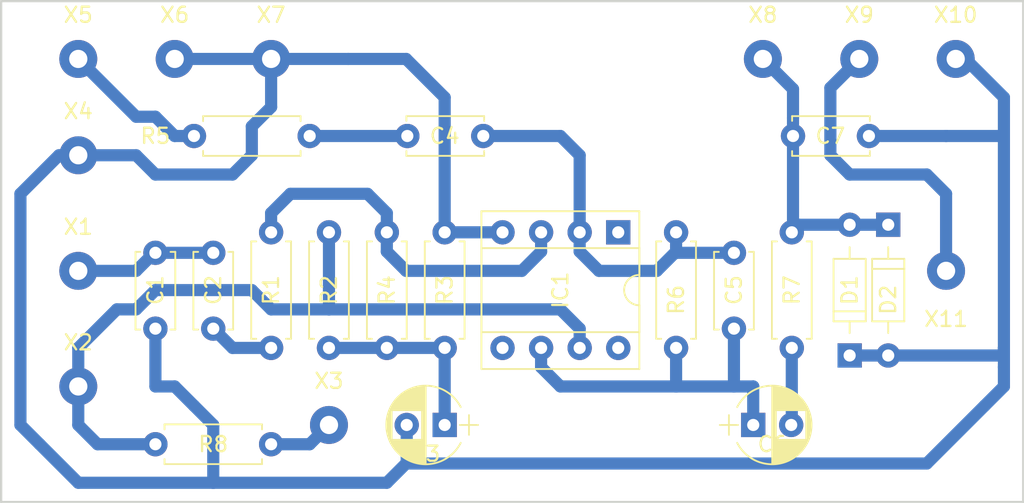
<source format=kicad_pcb>
(kicad_pcb (version 4) (host pcbnew 4.0.6)

  (general
    (links 36)
    (no_connects 0)
    (area 114.224999 63.135 181.685001 96.625)
    (thickness 1.6)
    (drawings 4)
    (tracks 117)
    (zones 0)
    (modules 29)
    (nets 18)
  )

  (page A4)
  (title_block
    (title "MXR Distorsion+")
    (date 2017-09-01)
    (company "A. MArtin")
  )

  (layers
    (0 F.Cu signal)
    (31 B.Cu signal)
    (32 B.Adhes user)
    (33 F.Adhes user)
    (34 B.Paste user)
    (35 F.Paste user)
    (36 B.SilkS user)
    (37 F.SilkS user)
    (38 B.Mask user)
    (39 F.Mask user)
    (40 Dwgs.User user)
    (41 Cmts.User user)
    (42 Eco1.User user)
    (43 Eco2.User user)
    (44 Edge.Cuts user)
    (45 Margin user)
    (46 B.CrtYd user)
    (47 F.CrtYd user)
    (48 B.Fab user)
    (49 F.Fab user)
  )

  (setup
    (last_trace_width 0.8)
    (trace_clearance 0.5)
    (zone_clearance 0.508)
    (zone_45_only no)
    (trace_min 0.2)
    (segment_width 0.2)
    (edge_width 0.15)
    (via_size 0.8)
    (via_drill 0.5)
    (via_min_size 0.4)
    (via_min_drill 0.3)
    (uvia_size 0.3)
    (uvia_drill 0.1)
    (uvias_allowed no)
    (uvia_min_size 0.2)
    (uvia_min_drill 0.1)
    (pcb_text_width 0.3)
    (pcb_text_size 1.5 1.5)
    (mod_edge_width 0.15)
    (mod_text_size 1 1)
    (mod_text_width 0.15)
    (pad_size 1.524 1.524)
    (pad_drill 0.762)
    (pad_to_mask_clearance 0.2)
    (aux_axis_origin 0 0)
    (visible_elements 7FFDFFFF)
    (pcbplotparams
      (layerselection 0x00030_80000001)
      (usegerberextensions false)
      (excludeedgelayer true)
      (linewidth 0.100000)
      (plotframeref false)
      (viasonmask false)
      (mode 1)
      (useauxorigin false)
      (hpglpennumber 1)
      (hpglpenspeed 20)
      (hpglpendiameter 15)
      (hpglpenoverlay 2)
      (psnegative false)
      (psa4output false)
      (plotreference true)
      (plotvalue true)
      (plotinvisibletext false)
      (padsonsilk false)
      (subtractmaskfromsilk false)
      (outputformat 1)
      (mirror false)
      (drillshape 1)
      (scaleselection 1)
      (outputdirectory ""))
  )

  (net 0 "")
  (net 1 GND)
  (net 2 "Net-(C1-Pad2)")
  (net 3 "Net-(C2-Pad1)")
  (net 4 "Net-(C3-Pad1)")
  (net 5 "Net-(C4-Pad1)")
  (net 6 "Net-(C4-Pad2)")
  (net 7 "Net-(C5-Pad1)")
  (net 8 "Net-(C6-Pad2)")
  (net 9 "Net-(C7-Pad2)")
  (net 10 "Net-(D3-Pad2)")
  (net 11 "Net-(IC1-Pad1)")
  (net 12 "Net-(IC1-Pad5)")
  (net 13 "Net-(IC1-Pad3)")
  (net 14 "Net-(BT1-Pad1)")
  (net 15 "Net-(IC1-Pad8)")
  (net 16 "Net-(P1-Pad3)")
  (net 17 "Net-(J2-Pad2)")

  (net_class Default "Esta es la clase de red por defecto."
    (clearance 0.5)
    (trace_width 0.8)
    (via_dia 0.8)
    (via_drill 0.5)
    (uvia_dia 0.3)
    (uvia_drill 0.1)
    (add_net GND)
    (add_net "Net-(BT1-Pad1)")
    (add_net "Net-(C1-Pad2)")
    (add_net "Net-(C2-Pad1)")
    (add_net "Net-(C3-Pad1)")
    (add_net "Net-(C4-Pad1)")
    (add_net "Net-(C4-Pad2)")
    (add_net "Net-(C5-Pad1)")
    (add_net "Net-(C6-Pad2)")
    (add_net "Net-(C7-Pad2)")
    (add_net "Net-(D3-Pad2)")
    (add_net "Net-(IC1-Pad1)")
    (add_net "Net-(IC1-Pad3)")
    (add_net "Net-(IC1-Pad5)")
    (add_net "Net-(IC1-Pad8)")
    (add_net "Net-(J2-Pad2)")
    (add_net "Net-(P1-Pad3)")
  )

  (module prueba:C1 (layer F.Cu) (tedit 59ACE688) (tstamp 59A93C05)
    (at 124.46 85.09 90)
    (descr "C, Disc series, Radial, pin pitch=5.00mm, , diameter*width=5*2.5mm^2, Capacitor, http://cdn-reichelt.de/documents/datenblatt/B300/DS_KERKO_TC.pdf")
    (tags "C Disc series Radial pin pitch 5.00mm  diameter 5mm width 2.5mm Capacitor")
    (path /59A84B21)
    (fp_text reference C1 (at 2.54 0 90) (layer F.SilkS)
      (effects (font (size 1 1) (thickness 0.15)))
    )
    (fp_text value 1n (at 2.54 0 90) (layer F.Fab)
      (effects (font (size 1 1) (thickness 0.15)))
    )
    (fp_line (start 0 -1.25) (end 0 1.25) (layer F.Fab) (width 0.1))
    (fp_line (start 0 1.25) (end 5 1.25) (layer F.Fab) (width 0.1))
    (fp_line (start 5 1.25) (end 5 -1.25) (layer F.Fab) (width 0.1))
    (fp_line (start 5 -1.25) (end 0 -1.25) (layer F.Fab) (width 0.1))
    (fp_line (start -0.06 -1.31) (end 5.06 -1.31) (layer F.SilkS) (width 0.12))
    (fp_line (start -0.06 1.31) (end 5.06 1.31) (layer F.SilkS) (width 0.12))
    (fp_line (start -0.06 -1.31) (end -0.06 -0.996) (layer F.SilkS) (width 0.12))
    (fp_line (start -0.06 0.996) (end -0.06 1.31) (layer F.SilkS) (width 0.12))
    (fp_line (start 5.06 -1.31) (end 5.06 -0.996) (layer F.SilkS) (width 0.12))
    (fp_line (start 5.06 0.996) (end 5.06 1.31) (layer F.SilkS) (width 0.12))
    (fp_line (start -1.05 -1.6) (end -1.05 1.6) (layer F.CrtYd) (width 0.05))
    (fp_line (start -1.05 1.6) (end 6.05 1.6) (layer F.CrtYd) (width 0.05))
    (fp_line (start 6.05 1.6) (end 6.05 -1.6) (layer F.CrtYd) (width 0.05))
    (fp_line (start 6.05 -1.6) (end -1.05 -1.6) (layer F.CrtYd) (width 0.05))
    (pad 1 thru_hole circle (at 0 0 90) (size 1.6 1.6) (drill 0.8) (layers *.Cu *.Mask)
      (net 1 GND))
    (pad 2 thru_hole circle (at 5 0 90) (size 1.6 1.6) (drill 0.8) (layers *.Cu *.Mask)
      (net 2 "Net-(C1-Pad2)"))
    (model ${KISYS3DMOD}/Capacitors_THT.3dshapes/C_Disc_D5.0mm_W2.5mm_P5.00mm.wrl
      (at (xyz 0 0 0))
      (scale (xyz 1 1 1))
      (rotate (xyz 0 0 0))
    )
  )

  (module prueba:C1 (layer F.Cu) (tedit 59ACE680) (tstamp 59A93C0B)
    (at 128.27 85.09 90)
    (descr "C, Disc series, Radial, pin pitch=5.00mm, , diameter*width=5*2.5mm^2, Capacitor, http://cdn-reichelt.de/documents/datenblatt/B300/DS_KERKO_TC.pdf")
    (tags "C Disc series Radial pin pitch 5.00mm  diameter 5mm width 2.5mm Capacitor")
    (path /59A84AE9)
    (fp_text reference C2 (at 2.54 0 90) (layer F.SilkS)
      (effects (font (size 1 1) (thickness 0.15)))
    )
    (fp_text value 10n (at 2.54 0 90) (layer F.Fab)
      (effects (font (size 1 1) (thickness 0.15)))
    )
    (fp_line (start 0 -1.25) (end 0 1.25) (layer F.Fab) (width 0.1))
    (fp_line (start 0 1.25) (end 5 1.25) (layer F.Fab) (width 0.1))
    (fp_line (start 5 1.25) (end 5 -1.25) (layer F.Fab) (width 0.1))
    (fp_line (start 5 -1.25) (end 0 -1.25) (layer F.Fab) (width 0.1))
    (fp_line (start -0.06 -1.31) (end 5.06 -1.31) (layer F.SilkS) (width 0.12))
    (fp_line (start -0.06 1.31) (end 5.06 1.31) (layer F.SilkS) (width 0.12))
    (fp_line (start -0.06 -1.31) (end -0.06 -0.996) (layer F.SilkS) (width 0.12))
    (fp_line (start -0.06 0.996) (end -0.06 1.31) (layer F.SilkS) (width 0.12))
    (fp_line (start 5.06 -1.31) (end 5.06 -0.996) (layer F.SilkS) (width 0.12))
    (fp_line (start 5.06 0.996) (end 5.06 1.31) (layer F.SilkS) (width 0.12))
    (fp_line (start -1.05 -1.6) (end -1.05 1.6) (layer F.CrtYd) (width 0.05))
    (fp_line (start -1.05 1.6) (end 6.05 1.6) (layer F.CrtYd) (width 0.05))
    (fp_line (start 6.05 1.6) (end 6.05 -1.6) (layer F.CrtYd) (width 0.05))
    (fp_line (start 6.05 -1.6) (end -1.05 -1.6) (layer F.CrtYd) (width 0.05))
    (pad 1 thru_hole circle (at 0 0 90) (size 1.6 1.6) (drill 0.8) (layers *.Cu *.Mask)
      (net 3 "Net-(C2-Pad1)"))
    (pad 2 thru_hole circle (at 5 0 90) (size 1.6 1.6) (drill 0.8) (layers *.Cu *.Mask)
      (net 2 "Net-(C1-Pad2)"))
    (model ${KISYS3DMOD}/Capacitors_THT.3dshapes/C_Disc_D5.0mm_W2.5mm_P5.00mm.wrl
      (at (xyz 0 0 0))
      (scale (xyz 1 1 1))
      (rotate (xyz 0 0 0))
    )
  )

  (module prueba:CP1 (layer F.Cu) (tedit 59ACE6C1) (tstamp 59A93C11)
    (at 143.51 91.44 180)
    (descr "CP, Radial series, Radial, pin pitch=2.50mm, , diameter=5mm, Electrolytic Capacitor")
    (tags "CP Radial series Radial pin pitch 2.50mm  diameter 5mm Electrolytic Capacitor")
    (path /59A84C0C)
    (fp_text reference C3 (at 1.27 -1.905 180) (layer F.SilkS)
      (effects (font (size 1 1) (thickness 0.15)))
    )
    (fp_text value 1u (at 1.27 -1.27 180) (layer F.Fab)
      (effects (font (size 1 1) (thickness 0.15)))
    )
    (fp_arc (start 1.25 0) (end -1.05558 -1.18) (angle 125.8) (layer F.SilkS) (width 0.12))
    (fp_arc (start 1.25 0) (end -1.05558 1.18) (angle -125.8) (layer F.SilkS) (width 0.12))
    (fp_arc (start 1.25 0) (end 3.55558 -1.18) (angle 54.2) (layer F.SilkS) (width 0.12))
    (fp_circle (center 1.25 0) (end 3.75 0) (layer F.Fab) (width 0.1))
    (fp_line (start -2.2 0) (end -1 0) (layer F.Fab) (width 0.1))
    (fp_line (start -1.6 -0.65) (end -1.6 0.65) (layer F.Fab) (width 0.1))
    (fp_line (start 1.25 -2.55) (end 1.25 2.55) (layer F.SilkS) (width 0.12))
    (fp_line (start 1.29 -2.55) (end 1.29 2.55) (layer F.SilkS) (width 0.12))
    (fp_line (start 1.33 -2.549) (end 1.33 2.549) (layer F.SilkS) (width 0.12))
    (fp_line (start 1.37 -2.548) (end 1.37 2.548) (layer F.SilkS) (width 0.12))
    (fp_line (start 1.41 -2.546) (end 1.41 2.546) (layer F.SilkS) (width 0.12))
    (fp_line (start 1.45 -2.543) (end 1.45 2.543) (layer F.SilkS) (width 0.12))
    (fp_line (start 1.49 -2.539) (end 1.49 2.539) (layer F.SilkS) (width 0.12))
    (fp_line (start 1.53 -2.535) (end 1.53 -0.98) (layer F.SilkS) (width 0.12))
    (fp_line (start 1.53 0.98) (end 1.53 2.535) (layer F.SilkS) (width 0.12))
    (fp_line (start 1.57 -2.531) (end 1.57 -0.98) (layer F.SilkS) (width 0.12))
    (fp_line (start 1.57 0.98) (end 1.57 2.531) (layer F.SilkS) (width 0.12))
    (fp_line (start 1.61 -2.525) (end 1.61 -0.98) (layer F.SilkS) (width 0.12))
    (fp_line (start 1.61 0.98) (end 1.61 2.525) (layer F.SilkS) (width 0.12))
    (fp_line (start 1.65 -2.519) (end 1.65 -0.98) (layer F.SilkS) (width 0.12))
    (fp_line (start 1.65 0.98) (end 1.65 2.519) (layer F.SilkS) (width 0.12))
    (fp_line (start 1.69 -2.513) (end 1.69 -0.98) (layer F.SilkS) (width 0.12))
    (fp_line (start 1.69 0.98) (end 1.69 2.513) (layer F.SilkS) (width 0.12))
    (fp_line (start 1.73 -2.506) (end 1.73 -0.98) (layer F.SilkS) (width 0.12))
    (fp_line (start 1.73 0.98) (end 1.73 2.506) (layer F.SilkS) (width 0.12))
    (fp_line (start 1.77 -2.498) (end 1.77 -0.98) (layer F.SilkS) (width 0.12))
    (fp_line (start 1.77 0.98) (end 1.77 2.498) (layer F.SilkS) (width 0.12))
    (fp_line (start 1.81 -2.489) (end 1.81 -0.98) (layer F.SilkS) (width 0.12))
    (fp_line (start 1.81 0.98) (end 1.81 2.489) (layer F.SilkS) (width 0.12))
    (fp_line (start 1.85 -2.48) (end 1.85 -0.98) (layer F.SilkS) (width 0.12))
    (fp_line (start 1.85 0.98) (end 1.85 2.48) (layer F.SilkS) (width 0.12))
    (fp_line (start 1.89 -2.47) (end 1.89 -0.98) (layer F.SilkS) (width 0.12))
    (fp_line (start 1.89 0.98) (end 1.89 2.47) (layer F.SilkS) (width 0.12))
    (fp_line (start 1.93 -2.46) (end 1.93 -0.98) (layer F.SilkS) (width 0.12))
    (fp_line (start 1.93 0.98) (end 1.93 2.46) (layer F.SilkS) (width 0.12))
    (fp_line (start 1.971 -2.448) (end 1.971 -0.98) (layer F.SilkS) (width 0.12))
    (fp_line (start 1.971 0.98) (end 1.971 2.448) (layer F.SilkS) (width 0.12))
    (fp_line (start 2.011 -2.436) (end 2.011 -0.98) (layer F.SilkS) (width 0.12))
    (fp_line (start 2.011 0.98) (end 2.011 2.436) (layer F.SilkS) (width 0.12))
    (fp_line (start 2.051 -2.424) (end 2.051 -0.98) (layer F.SilkS) (width 0.12))
    (fp_line (start 2.051 0.98) (end 2.051 2.424) (layer F.SilkS) (width 0.12))
    (fp_line (start 2.091 -2.41) (end 2.091 -0.98) (layer F.SilkS) (width 0.12))
    (fp_line (start 2.091 0.98) (end 2.091 2.41) (layer F.SilkS) (width 0.12))
    (fp_line (start 2.131 -2.396) (end 2.131 -0.98) (layer F.SilkS) (width 0.12))
    (fp_line (start 2.131 0.98) (end 2.131 2.396) (layer F.SilkS) (width 0.12))
    (fp_line (start 2.171 -2.382) (end 2.171 -0.98) (layer F.SilkS) (width 0.12))
    (fp_line (start 2.171 0.98) (end 2.171 2.382) (layer F.SilkS) (width 0.12))
    (fp_line (start 2.211 -2.366) (end 2.211 -0.98) (layer F.SilkS) (width 0.12))
    (fp_line (start 2.211 0.98) (end 2.211 2.366) (layer F.SilkS) (width 0.12))
    (fp_line (start 2.251 -2.35) (end 2.251 -0.98) (layer F.SilkS) (width 0.12))
    (fp_line (start 2.251 0.98) (end 2.251 2.35) (layer F.SilkS) (width 0.12))
    (fp_line (start 2.291 -2.333) (end 2.291 -0.98) (layer F.SilkS) (width 0.12))
    (fp_line (start 2.291 0.98) (end 2.291 2.333) (layer F.SilkS) (width 0.12))
    (fp_line (start 2.331 -2.315) (end 2.331 -0.98) (layer F.SilkS) (width 0.12))
    (fp_line (start 2.331 0.98) (end 2.331 2.315) (layer F.SilkS) (width 0.12))
    (fp_line (start 2.371 -2.296) (end 2.371 -0.98) (layer F.SilkS) (width 0.12))
    (fp_line (start 2.371 0.98) (end 2.371 2.296) (layer F.SilkS) (width 0.12))
    (fp_line (start 2.411 -2.276) (end 2.411 -0.98) (layer F.SilkS) (width 0.12))
    (fp_line (start 2.411 0.98) (end 2.411 2.276) (layer F.SilkS) (width 0.12))
    (fp_line (start 2.451 -2.256) (end 2.451 -0.98) (layer F.SilkS) (width 0.12))
    (fp_line (start 2.451 0.98) (end 2.451 2.256) (layer F.SilkS) (width 0.12))
    (fp_line (start 2.491 -2.234) (end 2.491 -0.98) (layer F.SilkS) (width 0.12))
    (fp_line (start 2.491 0.98) (end 2.491 2.234) (layer F.SilkS) (width 0.12))
    (fp_line (start 2.531 -2.212) (end 2.531 -0.98) (layer F.SilkS) (width 0.12))
    (fp_line (start 2.531 0.98) (end 2.531 2.212) (layer F.SilkS) (width 0.12))
    (fp_line (start 2.571 -2.189) (end 2.571 -0.98) (layer F.SilkS) (width 0.12))
    (fp_line (start 2.571 0.98) (end 2.571 2.189) (layer F.SilkS) (width 0.12))
    (fp_line (start 2.611 -2.165) (end 2.611 -0.98) (layer F.SilkS) (width 0.12))
    (fp_line (start 2.611 0.98) (end 2.611 2.165) (layer F.SilkS) (width 0.12))
    (fp_line (start 2.651 -2.14) (end 2.651 -0.98) (layer F.SilkS) (width 0.12))
    (fp_line (start 2.651 0.98) (end 2.651 2.14) (layer F.SilkS) (width 0.12))
    (fp_line (start 2.691 -2.113) (end 2.691 -0.98) (layer F.SilkS) (width 0.12))
    (fp_line (start 2.691 0.98) (end 2.691 2.113) (layer F.SilkS) (width 0.12))
    (fp_line (start 2.731 -2.086) (end 2.731 -0.98) (layer F.SilkS) (width 0.12))
    (fp_line (start 2.731 0.98) (end 2.731 2.086) (layer F.SilkS) (width 0.12))
    (fp_line (start 2.771 -2.058) (end 2.771 -0.98) (layer F.SilkS) (width 0.12))
    (fp_line (start 2.771 0.98) (end 2.771 2.058) (layer F.SilkS) (width 0.12))
    (fp_line (start 2.811 -2.028) (end 2.811 -0.98) (layer F.SilkS) (width 0.12))
    (fp_line (start 2.811 0.98) (end 2.811 2.028) (layer F.SilkS) (width 0.12))
    (fp_line (start 2.851 -1.997) (end 2.851 -0.98) (layer F.SilkS) (width 0.12))
    (fp_line (start 2.851 0.98) (end 2.851 1.997) (layer F.SilkS) (width 0.12))
    (fp_line (start 2.891 -1.965) (end 2.891 -0.98) (layer F.SilkS) (width 0.12))
    (fp_line (start 2.891 0.98) (end 2.891 1.965) (layer F.SilkS) (width 0.12))
    (fp_line (start 2.931 -1.932) (end 2.931 -0.98) (layer F.SilkS) (width 0.12))
    (fp_line (start 2.931 0.98) (end 2.931 1.932) (layer F.SilkS) (width 0.12))
    (fp_line (start 2.971 -1.897) (end 2.971 -0.98) (layer F.SilkS) (width 0.12))
    (fp_line (start 2.971 0.98) (end 2.971 1.897) (layer F.SilkS) (width 0.12))
    (fp_line (start 3.011 -1.861) (end 3.011 -0.98) (layer F.SilkS) (width 0.12))
    (fp_line (start 3.011 0.98) (end 3.011 1.861) (layer F.SilkS) (width 0.12))
    (fp_line (start 3.051 -1.823) (end 3.051 -0.98) (layer F.SilkS) (width 0.12))
    (fp_line (start 3.051 0.98) (end 3.051 1.823) (layer F.SilkS) (width 0.12))
    (fp_line (start 3.091 -1.783) (end 3.091 -0.98) (layer F.SilkS) (width 0.12))
    (fp_line (start 3.091 0.98) (end 3.091 1.783) (layer F.SilkS) (width 0.12))
    (fp_line (start 3.131 -1.742) (end 3.131 -0.98) (layer F.SilkS) (width 0.12))
    (fp_line (start 3.131 0.98) (end 3.131 1.742) (layer F.SilkS) (width 0.12))
    (fp_line (start 3.171 -1.699) (end 3.171 -0.98) (layer F.SilkS) (width 0.12))
    (fp_line (start 3.171 0.98) (end 3.171 1.699) (layer F.SilkS) (width 0.12))
    (fp_line (start 3.211 -1.654) (end 3.211 -0.98) (layer F.SilkS) (width 0.12))
    (fp_line (start 3.211 0.98) (end 3.211 1.654) (layer F.SilkS) (width 0.12))
    (fp_line (start 3.251 -1.606) (end 3.251 -0.98) (layer F.SilkS) (width 0.12))
    (fp_line (start 3.251 0.98) (end 3.251 1.606) (layer F.SilkS) (width 0.12))
    (fp_line (start 3.291 -1.556) (end 3.291 -0.98) (layer F.SilkS) (width 0.12))
    (fp_line (start 3.291 0.98) (end 3.291 1.556) (layer F.SilkS) (width 0.12))
    (fp_line (start 3.331 -1.504) (end 3.331 -0.98) (layer F.SilkS) (width 0.12))
    (fp_line (start 3.331 0.98) (end 3.331 1.504) (layer F.SilkS) (width 0.12))
    (fp_line (start 3.371 -1.448) (end 3.371 -0.98) (layer F.SilkS) (width 0.12))
    (fp_line (start 3.371 0.98) (end 3.371 1.448) (layer F.SilkS) (width 0.12))
    (fp_line (start 3.411 -1.39) (end 3.411 -0.98) (layer F.SilkS) (width 0.12))
    (fp_line (start 3.411 0.98) (end 3.411 1.39) (layer F.SilkS) (width 0.12))
    (fp_line (start 3.451 -1.327) (end 3.451 -0.98) (layer F.SilkS) (width 0.12))
    (fp_line (start 3.451 0.98) (end 3.451 1.327) (layer F.SilkS) (width 0.12))
    (fp_line (start 3.491 -1.261) (end 3.491 1.261) (layer F.SilkS) (width 0.12))
    (fp_line (start 3.531 -1.189) (end 3.531 1.189) (layer F.SilkS) (width 0.12))
    (fp_line (start 3.571 -1.112) (end 3.571 1.112) (layer F.SilkS) (width 0.12))
    (fp_line (start 3.611 -1.028) (end 3.611 1.028) (layer F.SilkS) (width 0.12))
    (fp_line (start 3.651 -0.934) (end 3.651 0.934) (layer F.SilkS) (width 0.12))
    (fp_line (start 3.691 -0.829) (end 3.691 0.829) (layer F.SilkS) (width 0.12))
    (fp_line (start 3.731 -0.707) (end 3.731 0.707) (layer F.SilkS) (width 0.12))
    (fp_line (start 3.771 -0.559) (end 3.771 0.559) (layer F.SilkS) (width 0.12))
    (fp_line (start 3.811 -0.354) (end 3.811 0.354) (layer F.SilkS) (width 0.12))
    (fp_line (start -2.2 0) (end -1 0) (layer F.SilkS) (width 0.12))
    (fp_line (start -1.6 -0.65) (end -1.6 0.65) (layer F.SilkS) (width 0.12))
    (fp_line (start -1.6 -2.85) (end -1.6 2.85) (layer F.CrtYd) (width 0.05))
    (fp_line (start -1.6 2.85) (end 4.1 2.85) (layer F.CrtYd) (width 0.05))
    (fp_line (start 4.1 2.85) (end 4.1 -2.85) (layer F.CrtYd) (width 0.05))
    (fp_line (start 4.1 -2.85) (end -1.6 -2.85) (layer F.CrtYd) (width 0.05))
    (pad 1 thru_hole rect (at 0 0 180) (size 1.6 1.6) (drill 0.8) (layers *.Cu *.Mask)
      (net 4 "Net-(C3-Pad1)"))
    (pad 2 thru_hole circle (at 2.5 0 180) (size 1.6 1.6) (drill 0.8) (layers *.Cu *.Mask)
      (net 1 GND))
    (model ${KISYS3DMOD}/Capacitors_THT.3dshapes/CP_Radial_D5.0mm_P2.50mm.wrl
      (at (xyz 0 0 0))
      (scale (xyz 1 1 1))
      (rotate (xyz 0 0 0))
    )
  )

  (module prueba:C1 (layer F.Cu) (tedit 59ACE699) (tstamp 59A93C17)
    (at 146.05 72.39 180)
    (descr "C, Disc series, Radial, pin pitch=5.00mm, , diameter*width=5*2.5mm^2, Capacitor, http://cdn-reichelt.de/documents/datenblatt/B300/DS_KERKO_TC.pdf")
    (tags "C Disc series Radial pin pitch 5.00mm  diameter 5mm width 2.5mm Capacitor")
    (path /59A84B75)
    (fp_text reference C4 (at 2.54 0 180) (layer F.SilkS)
      (effects (font (size 1 1) (thickness 0.15)))
    )
    (fp_text value 47nC (at 2.54 0 180) (layer F.Fab)
      (effects (font (size 1 1) (thickness 0.15)))
    )
    (fp_line (start 0 -1.25) (end 0 1.25) (layer F.Fab) (width 0.1))
    (fp_line (start 0 1.25) (end 5 1.25) (layer F.Fab) (width 0.1))
    (fp_line (start 5 1.25) (end 5 -1.25) (layer F.Fab) (width 0.1))
    (fp_line (start 5 -1.25) (end 0 -1.25) (layer F.Fab) (width 0.1))
    (fp_line (start -0.06 -1.31) (end 5.06 -1.31) (layer F.SilkS) (width 0.12))
    (fp_line (start -0.06 1.31) (end 5.06 1.31) (layer F.SilkS) (width 0.12))
    (fp_line (start -0.06 -1.31) (end -0.06 -0.996) (layer F.SilkS) (width 0.12))
    (fp_line (start -0.06 0.996) (end -0.06 1.31) (layer F.SilkS) (width 0.12))
    (fp_line (start 5.06 -1.31) (end 5.06 -0.996) (layer F.SilkS) (width 0.12))
    (fp_line (start 5.06 0.996) (end 5.06 1.31) (layer F.SilkS) (width 0.12))
    (fp_line (start -1.05 -1.6) (end -1.05 1.6) (layer F.CrtYd) (width 0.05))
    (fp_line (start -1.05 1.6) (end 6.05 1.6) (layer F.CrtYd) (width 0.05))
    (fp_line (start 6.05 1.6) (end 6.05 -1.6) (layer F.CrtYd) (width 0.05))
    (fp_line (start 6.05 -1.6) (end -1.05 -1.6) (layer F.CrtYd) (width 0.05))
    (pad 1 thru_hole circle (at 0 0 180) (size 1.6 1.6) (drill 0.8) (layers *.Cu *.Mask)
      (net 5 "Net-(C4-Pad1)"))
    (pad 2 thru_hole circle (at 5 0 180) (size 1.6 1.6) (drill 0.8) (layers *.Cu *.Mask)
      (net 6 "Net-(C4-Pad2)"))
    (model ${KISYS3DMOD}/Capacitors_THT.3dshapes/C_Disc_D5.0mm_W2.5mm_P5.00mm.wrl
      (at (xyz 0 0 0))
      (scale (xyz 1 1 1))
      (rotate (xyz 0 0 0))
    )
  )

  (module prueba:C1 (layer F.Cu) (tedit 59ACE671) (tstamp 59A93C1D)
    (at 162.56 85.09 90)
    (descr "C, Disc series, Radial, pin pitch=5.00mm, , diameter*width=5*2.5mm^2, Capacitor, http://cdn-reichelt.de/documents/datenblatt/B300/DS_KERKO_TC.pdf")
    (tags "C Disc series Radial pin pitch 5.00mm  diameter 5mm width 2.5mm Capacitor")
    (path /59A942EC)
    (fp_text reference C5 (at 2.54 0 90) (layer F.SilkS)
      (effects (font (size 1 1) (thickness 0.15)))
    )
    (fp_text value 10p (at 2.54 0 90) (layer F.Fab)
      (effects (font (size 1 1) (thickness 0.15)))
    )
    (fp_line (start 0 -1.25) (end 0 1.25) (layer F.Fab) (width 0.1))
    (fp_line (start 0 1.25) (end 5 1.25) (layer F.Fab) (width 0.1))
    (fp_line (start 5 1.25) (end 5 -1.25) (layer F.Fab) (width 0.1))
    (fp_line (start 5 -1.25) (end 0 -1.25) (layer F.Fab) (width 0.1))
    (fp_line (start -0.06 -1.31) (end 5.06 -1.31) (layer F.SilkS) (width 0.12))
    (fp_line (start -0.06 1.31) (end 5.06 1.31) (layer F.SilkS) (width 0.12))
    (fp_line (start -0.06 -1.31) (end -0.06 -0.996) (layer F.SilkS) (width 0.12))
    (fp_line (start -0.06 0.996) (end -0.06 1.31) (layer F.SilkS) (width 0.12))
    (fp_line (start 5.06 -1.31) (end 5.06 -0.996) (layer F.SilkS) (width 0.12))
    (fp_line (start 5.06 0.996) (end 5.06 1.31) (layer F.SilkS) (width 0.12))
    (fp_line (start -1.05 -1.6) (end -1.05 1.6) (layer F.CrtYd) (width 0.05))
    (fp_line (start -1.05 1.6) (end 6.05 1.6) (layer F.CrtYd) (width 0.05))
    (fp_line (start 6.05 1.6) (end 6.05 -1.6) (layer F.CrtYd) (width 0.05))
    (fp_line (start 6.05 -1.6) (end -1.05 -1.6) (layer F.CrtYd) (width 0.05))
    (pad 1 thru_hole circle (at 0 0 90) (size 1.6 1.6) (drill 0.8) (layers *.Cu *.Mask)
      (net 7 "Net-(C5-Pad1)"))
    (pad 2 thru_hole circle (at 5 0 90) (size 1.6 1.6) (drill 0.8) (layers *.Cu *.Mask)
      (net 5 "Net-(C4-Pad1)"))
    (model ${KISYS3DMOD}/Capacitors_THT.3dshapes/C_Disc_D5.0mm_W2.5mm_P5.00mm.wrl
      (at (xyz 0 0 0))
      (scale (xyz 1 1 1))
      (rotate (xyz 0 0 0))
    )
  )

  (module prueba:CP1 (layer F.Cu) (tedit 59ACE6BA) (tstamp 59A93C23)
    (at 163.83 91.44)
    (descr "CP, Radial series, Radial, pin pitch=2.50mm, , diameter=5mm, Electrolytic Capacitor")
    (tags "CP Radial series Radial pin pitch 2.50mm  diameter 5mm Electrolytic Capacitor")
    (path /59A84CA3)
    (fp_text reference C6 (at 1.27 1.27) (layer F.SilkS)
      (effects (font (size 1 1) (thickness 0.15)))
    )
    (fp_text value 1u (at 1.27 1.27) (layer F.Fab)
      (effects (font (size 1 1) (thickness 0.15)))
    )
    (fp_arc (start 1.25 0) (end -1.05558 -1.18) (angle 125.8) (layer F.SilkS) (width 0.12))
    (fp_arc (start 1.25 0) (end -1.05558 1.18) (angle -125.8) (layer F.SilkS) (width 0.12))
    (fp_arc (start 1.25 0) (end 3.55558 -1.18) (angle 54.2) (layer F.SilkS) (width 0.12))
    (fp_circle (center 1.25 0) (end 3.75 0) (layer F.Fab) (width 0.1))
    (fp_line (start -2.2 0) (end -1 0) (layer F.Fab) (width 0.1))
    (fp_line (start -1.6 -0.65) (end -1.6 0.65) (layer F.Fab) (width 0.1))
    (fp_line (start 1.25 -2.55) (end 1.25 2.55) (layer F.SilkS) (width 0.12))
    (fp_line (start 1.29 -2.55) (end 1.29 2.55) (layer F.SilkS) (width 0.12))
    (fp_line (start 1.33 -2.549) (end 1.33 2.549) (layer F.SilkS) (width 0.12))
    (fp_line (start 1.37 -2.548) (end 1.37 2.548) (layer F.SilkS) (width 0.12))
    (fp_line (start 1.41 -2.546) (end 1.41 2.546) (layer F.SilkS) (width 0.12))
    (fp_line (start 1.45 -2.543) (end 1.45 2.543) (layer F.SilkS) (width 0.12))
    (fp_line (start 1.49 -2.539) (end 1.49 2.539) (layer F.SilkS) (width 0.12))
    (fp_line (start 1.53 -2.535) (end 1.53 -0.98) (layer F.SilkS) (width 0.12))
    (fp_line (start 1.53 0.98) (end 1.53 2.535) (layer F.SilkS) (width 0.12))
    (fp_line (start 1.57 -2.531) (end 1.57 -0.98) (layer F.SilkS) (width 0.12))
    (fp_line (start 1.57 0.98) (end 1.57 2.531) (layer F.SilkS) (width 0.12))
    (fp_line (start 1.61 -2.525) (end 1.61 -0.98) (layer F.SilkS) (width 0.12))
    (fp_line (start 1.61 0.98) (end 1.61 2.525) (layer F.SilkS) (width 0.12))
    (fp_line (start 1.65 -2.519) (end 1.65 -0.98) (layer F.SilkS) (width 0.12))
    (fp_line (start 1.65 0.98) (end 1.65 2.519) (layer F.SilkS) (width 0.12))
    (fp_line (start 1.69 -2.513) (end 1.69 -0.98) (layer F.SilkS) (width 0.12))
    (fp_line (start 1.69 0.98) (end 1.69 2.513) (layer F.SilkS) (width 0.12))
    (fp_line (start 1.73 -2.506) (end 1.73 -0.98) (layer F.SilkS) (width 0.12))
    (fp_line (start 1.73 0.98) (end 1.73 2.506) (layer F.SilkS) (width 0.12))
    (fp_line (start 1.77 -2.498) (end 1.77 -0.98) (layer F.SilkS) (width 0.12))
    (fp_line (start 1.77 0.98) (end 1.77 2.498) (layer F.SilkS) (width 0.12))
    (fp_line (start 1.81 -2.489) (end 1.81 -0.98) (layer F.SilkS) (width 0.12))
    (fp_line (start 1.81 0.98) (end 1.81 2.489) (layer F.SilkS) (width 0.12))
    (fp_line (start 1.85 -2.48) (end 1.85 -0.98) (layer F.SilkS) (width 0.12))
    (fp_line (start 1.85 0.98) (end 1.85 2.48) (layer F.SilkS) (width 0.12))
    (fp_line (start 1.89 -2.47) (end 1.89 -0.98) (layer F.SilkS) (width 0.12))
    (fp_line (start 1.89 0.98) (end 1.89 2.47) (layer F.SilkS) (width 0.12))
    (fp_line (start 1.93 -2.46) (end 1.93 -0.98) (layer F.SilkS) (width 0.12))
    (fp_line (start 1.93 0.98) (end 1.93 2.46) (layer F.SilkS) (width 0.12))
    (fp_line (start 1.971 -2.448) (end 1.971 -0.98) (layer F.SilkS) (width 0.12))
    (fp_line (start 1.971 0.98) (end 1.971 2.448) (layer F.SilkS) (width 0.12))
    (fp_line (start 2.011 -2.436) (end 2.011 -0.98) (layer F.SilkS) (width 0.12))
    (fp_line (start 2.011 0.98) (end 2.011 2.436) (layer F.SilkS) (width 0.12))
    (fp_line (start 2.051 -2.424) (end 2.051 -0.98) (layer F.SilkS) (width 0.12))
    (fp_line (start 2.051 0.98) (end 2.051 2.424) (layer F.SilkS) (width 0.12))
    (fp_line (start 2.091 -2.41) (end 2.091 -0.98) (layer F.SilkS) (width 0.12))
    (fp_line (start 2.091 0.98) (end 2.091 2.41) (layer F.SilkS) (width 0.12))
    (fp_line (start 2.131 -2.396) (end 2.131 -0.98) (layer F.SilkS) (width 0.12))
    (fp_line (start 2.131 0.98) (end 2.131 2.396) (layer F.SilkS) (width 0.12))
    (fp_line (start 2.171 -2.382) (end 2.171 -0.98) (layer F.SilkS) (width 0.12))
    (fp_line (start 2.171 0.98) (end 2.171 2.382) (layer F.SilkS) (width 0.12))
    (fp_line (start 2.211 -2.366) (end 2.211 -0.98) (layer F.SilkS) (width 0.12))
    (fp_line (start 2.211 0.98) (end 2.211 2.366) (layer F.SilkS) (width 0.12))
    (fp_line (start 2.251 -2.35) (end 2.251 -0.98) (layer F.SilkS) (width 0.12))
    (fp_line (start 2.251 0.98) (end 2.251 2.35) (layer F.SilkS) (width 0.12))
    (fp_line (start 2.291 -2.333) (end 2.291 -0.98) (layer F.SilkS) (width 0.12))
    (fp_line (start 2.291 0.98) (end 2.291 2.333) (layer F.SilkS) (width 0.12))
    (fp_line (start 2.331 -2.315) (end 2.331 -0.98) (layer F.SilkS) (width 0.12))
    (fp_line (start 2.331 0.98) (end 2.331 2.315) (layer F.SilkS) (width 0.12))
    (fp_line (start 2.371 -2.296) (end 2.371 -0.98) (layer F.SilkS) (width 0.12))
    (fp_line (start 2.371 0.98) (end 2.371 2.296) (layer F.SilkS) (width 0.12))
    (fp_line (start 2.411 -2.276) (end 2.411 -0.98) (layer F.SilkS) (width 0.12))
    (fp_line (start 2.411 0.98) (end 2.411 2.276) (layer F.SilkS) (width 0.12))
    (fp_line (start 2.451 -2.256) (end 2.451 -0.98) (layer F.SilkS) (width 0.12))
    (fp_line (start 2.451 0.98) (end 2.451 2.256) (layer F.SilkS) (width 0.12))
    (fp_line (start 2.491 -2.234) (end 2.491 -0.98) (layer F.SilkS) (width 0.12))
    (fp_line (start 2.491 0.98) (end 2.491 2.234) (layer F.SilkS) (width 0.12))
    (fp_line (start 2.531 -2.212) (end 2.531 -0.98) (layer F.SilkS) (width 0.12))
    (fp_line (start 2.531 0.98) (end 2.531 2.212) (layer F.SilkS) (width 0.12))
    (fp_line (start 2.571 -2.189) (end 2.571 -0.98) (layer F.SilkS) (width 0.12))
    (fp_line (start 2.571 0.98) (end 2.571 2.189) (layer F.SilkS) (width 0.12))
    (fp_line (start 2.611 -2.165) (end 2.611 -0.98) (layer F.SilkS) (width 0.12))
    (fp_line (start 2.611 0.98) (end 2.611 2.165) (layer F.SilkS) (width 0.12))
    (fp_line (start 2.651 -2.14) (end 2.651 -0.98) (layer F.SilkS) (width 0.12))
    (fp_line (start 2.651 0.98) (end 2.651 2.14) (layer F.SilkS) (width 0.12))
    (fp_line (start 2.691 -2.113) (end 2.691 -0.98) (layer F.SilkS) (width 0.12))
    (fp_line (start 2.691 0.98) (end 2.691 2.113) (layer F.SilkS) (width 0.12))
    (fp_line (start 2.731 -2.086) (end 2.731 -0.98) (layer F.SilkS) (width 0.12))
    (fp_line (start 2.731 0.98) (end 2.731 2.086) (layer F.SilkS) (width 0.12))
    (fp_line (start 2.771 -2.058) (end 2.771 -0.98) (layer F.SilkS) (width 0.12))
    (fp_line (start 2.771 0.98) (end 2.771 2.058) (layer F.SilkS) (width 0.12))
    (fp_line (start 2.811 -2.028) (end 2.811 -0.98) (layer F.SilkS) (width 0.12))
    (fp_line (start 2.811 0.98) (end 2.811 2.028) (layer F.SilkS) (width 0.12))
    (fp_line (start 2.851 -1.997) (end 2.851 -0.98) (layer F.SilkS) (width 0.12))
    (fp_line (start 2.851 0.98) (end 2.851 1.997) (layer F.SilkS) (width 0.12))
    (fp_line (start 2.891 -1.965) (end 2.891 -0.98) (layer F.SilkS) (width 0.12))
    (fp_line (start 2.891 0.98) (end 2.891 1.965) (layer F.SilkS) (width 0.12))
    (fp_line (start 2.931 -1.932) (end 2.931 -0.98) (layer F.SilkS) (width 0.12))
    (fp_line (start 2.931 0.98) (end 2.931 1.932) (layer F.SilkS) (width 0.12))
    (fp_line (start 2.971 -1.897) (end 2.971 -0.98) (layer F.SilkS) (width 0.12))
    (fp_line (start 2.971 0.98) (end 2.971 1.897) (layer F.SilkS) (width 0.12))
    (fp_line (start 3.011 -1.861) (end 3.011 -0.98) (layer F.SilkS) (width 0.12))
    (fp_line (start 3.011 0.98) (end 3.011 1.861) (layer F.SilkS) (width 0.12))
    (fp_line (start 3.051 -1.823) (end 3.051 -0.98) (layer F.SilkS) (width 0.12))
    (fp_line (start 3.051 0.98) (end 3.051 1.823) (layer F.SilkS) (width 0.12))
    (fp_line (start 3.091 -1.783) (end 3.091 -0.98) (layer F.SilkS) (width 0.12))
    (fp_line (start 3.091 0.98) (end 3.091 1.783) (layer F.SilkS) (width 0.12))
    (fp_line (start 3.131 -1.742) (end 3.131 -0.98) (layer F.SilkS) (width 0.12))
    (fp_line (start 3.131 0.98) (end 3.131 1.742) (layer F.SilkS) (width 0.12))
    (fp_line (start 3.171 -1.699) (end 3.171 -0.98) (layer F.SilkS) (width 0.12))
    (fp_line (start 3.171 0.98) (end 3.171 1.699) (layer F.SilkS) (width 0.12))
    (fp_line (start 3.211 -1.654) (end 3.211 -0.98) (layer F.SilkS) (width 0.12))
    (fp_line (start 3.211 0.98) (end 3.211 1.654) (layer F.SilkS) (width 0.12))
    (fp_line (start 3.251 -1.606) (end 3.251 -0.98) (layer F.SilkS) (width 0.12))
    (fp_line (start 3.251 0.98) (end 3.251 1.606) (layer F.SilkS) (width 0.12))
    (fp_line (start 3.291 -1.556) (end 3.291 -0.98) (layer F.SilkS) (width 0.12))
    (fp_line (start 3.291 0.98) (end 3.291 1.556) (layer F.SilkS) (width 0.12))
    (fp_line (start 3.331 -1.504) (end 3.331 -0.98) (layer F.SilkS) (width 0.12))
    (fp_line (start 3.331 0.98) (end 3.331 1.504) (layer F.SilkS) (width 0.12))
    (fp_line (start 3.371 -1.448) (end 3.371 -0.98) (layer F.SilkS) (width 0.12))
    (fp_line (start 3.371 0.98) (end 3.371 1.448) (layer F.SilkS) (width 0.12))
    (fp_line (start 3.411 -1.39) (end 3.411 -0.98) (layer F.SilkS) (width 0.12))
    (fp_line (start 3.411 0.98) (end 3.411 1.39) (layer F.SilkS) (width 0.12))
    (fp_line (start 3.451 -1.327) (end 3.451 -0.98) (layer F.SilkS) (width 0.12))
    (fp_line (start 3.451 0.98) (end 3.451 1.327) (layer F.SilkS) (width 0.12))
    (fp_line (start 3.491 -1.261) (end 3.491 1.261) (layer F.SilkS) (width 0.12))
    (fp_line (start 3.531 -1.189) (end 3.531 1.189) (layer F.SilkS) (width 0.12))
    (fp_line (start 3.571 -1.112) (end 3.571 1.112) (layer F.SilkS) (width 0.12))
    (fp_line (start 3.611 -1.028) (end 3.611 1.028) (layer F.SilkS) (width 0.12))
    (fp_line (start 3.651 -0.934) (end 3.651 0.934) (layer F.SilkS) (width 0.12))
    (fp_line (start 3.691 -0.829) (end 3.691 0.829) (layer F.SilkS) (width 0.12))
    (fp_line (start 3.731 -0.707) (end 3.731 0.707) (layer F.SilkS) (width 0.12))
    (fp_line (start 3.771 -0.559) (end 3.771 0.559) (layer F.SilkS) (width 0.12))
    (fp_line (start 3.811 -0.354) (end 3.811 0.354) (layer F.SilkS) (width 0.12))
    (fp_line (start -2.2 0) (end -1 0) (layer F.SilkS) (width 0.12))
    (fp_line (start -1.6 -0.65) (end -1.6 0.65) (layer F.SilkS) (width 0.12))
    (fp_line (start -1.6 -2.85) (end -1.6 2.85) (layer F.CrtYd) (width 0.05))
    (fp_line (start -1.6 2.85) (end 4.1 2.85) (layer F.CrtYd) (width 0.05))
    (fp_line (start 4.1 2.85) (end 4.1 -2.85) (layer F.CrtYd) (width 0.05))
    (fp_line (start 4.1 -2.85) (end -1.6 -2.85) (layer F.CrtYd) (width 0.05))
    (pad 1 thru_hole rect (at 0 0) (size 1.6 1.6) (drill 0.8) (layers *.Cu *.Mask)
      (net 7 "Net-(C5-Pad1)"))
    (pad 2 thru_hole circle (at 2.5 0) (size 1.6 1.6) (drill 0.8) (layers *.Cu *.Mask)
      (net 8 "Net-(C6-Pad2)"))
    (model ${KISYS3DMOD}/Capacitors_THT.3dshapes/CP_Radial_D5.0mm_P2.50mm.wrl
      (at (xyz 0 0 0))
      (scale (xyz 1 1 1))
      (rotate (xyz 0 0 0))
    )
  )

  (module prueba:C1 (layer F.Cu) (tedit 59ACE6A3) (tstamp 59A93C29)
    (at 171.45 72.39 180)
    (descr "C, Disc series, Radial, pin pitch=5.00mm, , diameter*width=5*2.5mm^2, Capacitor, http://cdn-reichelt.de/documents/datenblatt/B300/DS_KERKO_TC.pdf")
    (tags "C Disc series Radial pin pitch 5.00mm  diameter 5mm width 2.5mm Capacitor")
    (path /59A852D7)
    (fp_text reference C7 (at 2.54 0 180) (layer F.SilkS)
      (effects (font (size 1 1) (thickness 0.15)))
    )
    (fp_text value 1n (at 2.54 0 180) (layer F.Fab)
      (effects (font (size 1 1) (thickness 0.15)))
    )
    (fp_line (start 0 -1.25) (end 0 1.25) (layer F.Fab) (width 0.1))
    (fp_line (start 0 1.25) (end 5 1.25) (layer F.Fab) (width 0.1))
    (fp_line (start 5 1.25) (end 5 -1.25) (layer F.Fab) (width 0.1))
    (fp_line (start 5 -1.25) (end 0 -1.25) (layer F.Fab) (width 0.1))
    (fp_line (start -0.06 -1.31) (end 5.06 -1.31) (layer F.SilkS) (width 0.12))
    (fp_line (start -0.06 1.31) (end 5.06 1.31) (layer F.SilkS) (width 0.12))
    (fp_line (start -0.06 -1.31) (end -0.06 -0.996) (layer F.SilkS) (width 0.12))
    (fp_line (start -0.06 0.996) (end -0.06 1.31) (layer F.SilkS) (width 0.12))
    (fp_line (start 5.06 -1.31) (end 5.06 -0.996) (layer F.SilkS) (width 0.12))
    (fp_line (start 5.06 0.996) (end 5.06 1.31) (layer F.SilkS) (width 0.12))
    (fp_line (start -1.05 -1.6) (end -1.05 1.6) (layer F.CrtYd) (width 0.05))
    (fp_line (start -1.05 1.6) (end 6.05 1.6) (layer F.CrtYd) (width 0.05))
    (fp_line (start 6.05 1.6) (end 6.05 -1.6) (layer F.CrtYd) (width 0.05))
    (fp_line (start 6.05 -1.6) (end -1.05 -1.6) (layer F.CrtYd) (width 0.05))
    (pad 1 thru_hole circle (at 0 0 180) (size 1.6 1.6) (drill 0.8) (layers *.Cu *.Mask)
      (net 1 GND))
    (pad 2 thru_hole circle (at 5 0 180) (size 1.6 1.6) (drill 0.8) (layers *.Cu *.Mask)
      (net 9 "Net-(C7-Pad2)"))
    (model ${KISYS3DMOD}/Capacitors_THT.3dshapes/C_Disc_D5.0mm_W2.5mm_P5.00mm.wrl
      (at (xyz 0 0 0))
      (scale (xyz 1 1 1))
      (rotate (xyz 0 0 0))
    )
  )

  (module prueba:D (layer F.Cu) (tedit 59ACE658) (tstamp 59A93C2F)
    (at 170.18 86.36 90)
    (descr "D, DO-35_SOD27 series, Axial, Horizontal, pin pitch=7.62mm, , length*diameter=4*2mm^2, , http://www.diodes.com/_files/packages/DO-35.pdf")
    (tags "D DO-35_SOD27 series Axial Horizontal pin pitch 7.62mm  length 4mm diameter 2mm")
    (path /59A853EB)
    (fp_text reference D1 (at 3.81 0 90) (layer F.SilkS)
      (effects (font (size 1 1) (thickness 0.15)))
    )
    (fp_text value D (at 3.81 0 90) (layer F.Fab)
      (effects (font (size 1 1) (thickness 0.15)))
    )
    (fp_line (start 1.81 -1) (end 1.81 1) (layer F.Fab) (width 0.1))
    (fp_line (start 1.81 1) (end 5.81 1) (layer F.Fab) (width 0.1))
    (fp_line (start 5.81 1) (end 5.81 -1) (layer F.Fab) (width 0.1))
    (fp_line (start 5.81 -1) (end 1.81 -1) (layer F.Fab) (width 0.1))
    (fp_line (start 0 0) (end 1.81 0) (layer F.Fab) (width 0.1))
    (fp_line (start 7.62 0) (end 5.81 0) (layer F.Fab) (width 0.1))
    (fp_line (start 2.41 -1) (end 2.41 1) (layer F.Fab) (width 0.1))
    (fp_line (start 1.75 -1.06) (end 1.75 1.06) (layer F.SilkS) (width 0.12))
    (fp_line (start 1.75 1.06) (end 5.87 1.06) (layer F.SilkS) (width 0.12))
    (fp_line (start 5.87 1.06) (end 5.87 -1.06) (layer F.SilkS) (width 0.12))
    (fp_line (start 5.87 -1.06) (end 1.75 -1.06) (layer F.SilkS) (width 0.12))
    (fp_line (start 0.98 0) (end 1.75 0) (layer F.SilkS) (width 0.12))
    (fp_line (start 6.64 0) (end 5.87 0) (layer F.SilkS) (width 0.12))
    (fp_line (start 2.41 -1.06) (end 2.41 1.06) (layer F.SilkS) (width 0.12))
    (fp_line (start -1.05 -1.35) (end -1.05 1.35) (layer F.CrtYd) (width 0.05))
    (fp_line (start -1.05 1.35) (end 8.7 1.35) (layer F.CrtYd) (width 0.05))
    (fp_line (start 8.7 1.35) (end 8.7 -1.35) (layer F.CrtYd) (width 0.05))
    (fp_line (start 8.7 -1.35) (end -1.05 -1.35) (layer F.CrtYd) (width 0.05))
    (pad 1 thru_hole rect (at -0.5 0 90) (size 1.6 1.6) (drill 0.8) (layers *.Cu *.Mask)
      (net 1 GND))
    (pad 2 thru_hole oval (at 8.12 0 90) (size 1.6 1.6) (drill 0.8) (layers *.Cu *.Mask)
      (net 9 "Net-(C7-Pad2)"))
    (model ${KISYS3DMOD}/Diodes_THT.3dshapes/D_DO-35_SOD27_P7.62mm_Horizontal.wrl
      (at (xyz 0 0 0))
      (scale (xyz 0.393701 0.393701 0.393701))
      (rotate (xyz 0 0 0))
    )
  )

  (module prueba:D (layer F.Cu) (tedit 59ACE667) (tstamp 59A93C35)
    (at 172.72 78.74 270)
    (descr "D, DO-35_SOD27 series, Axial, Horizontal, pin pitch=7.62mm, , length*diameter=4*2mm^2, , http://www.diodes.com/_files/packages/DO-35.pdf")
    (tags "D DO-35_SOD27 series Axial Horizontal pin pitch 7.62mm  length 4mm diameter 2mm")
    (path /59A8539B)
    (fp_text reference D2 (at 4.445 0 270) (layer F.SilkS)
      (effects (font (size 1 1) (thickness 0.15)))
    )
    (fp_text value D (at 3.81 0 270) (layer F.Fab)
      (effects (font (size 1 1) (thickness 0.15)))
    )
    (fp_line (start 1.81 -1) (end 1.81 1) (layer F.Fab) (width 0.1))
    (fp_line (start 1.81 1) (end 5.81 1) (layer F.Fab) (width 0.1))
    (fp_line (start 5.81 1) (end 5.81 -1) (layer F.Fab) (width 0.1))
    (fp_line (start 5.81 -1) (end 1.81 -1) (layer F.Fab) (width 0.1))
    (fp_line (start 0 0) (end 1.81 0) (layer F.Fab) (width 0.1))
    (fp_line (start 7.62 0) (end 5.81 0) (layer F.Fab) (width 0.1))
    (fp_line (start 2.41 -1) (end 2.41 1) (layer F.Fab) (width 0.1))
    (fp_line (start 1.75 -1.06) (end 1.75 1.06) (layer F.SilkS) (width 0.12))
    (fp_line (start 1.75 1.06) (end 5.87 1.06) (layer F.SilkS) (width 0.12))
    (fp_line (start 5.87 1.06) (end 5.87 -1.06) (layer F.SilkS) (width 0.12))
    (fp_line (start 5.87 -1.06) (end 1.75 -1.06) (layer F.SilkS) (width 0.12))
    (fp_line (start 0.98 0) (end 1.75 0) (layer F.SilkS) (width 0.12))
    (fp_line (start 6.64 0) (end 5.87 0) (layer F.SilkS) (width 0.12))
    (fp_line (start 2.41 -1.06) (end 2.41 1.06) (layer F.SilkS) (width 0.12))
    (fp_line (start -1.05 -1.35) (end -1.05 1.35) (layer F.CrtYd) (width 0.05))
    (fp_line (start -1.05 1.35) (end 8.7 1.35) (layer F.CrtYd) (width 0.05))
    (fp_line (start 8.7 1.35) (end 8.7 -1.35) (layer F.CrtYd) (width 0.05))
    (fp_line (start 8.7 -1.35) (end -1.05 -1.35) (layer F.CrtYd) (width 0.05))
    (pad 1 thru_hole rect (at -0.5 0 270) (size 1.6 1.6) (drill 0.8) (layers *.Cu *.Mask)
      (net 9 "Net-(C7-Pad2)"))
    (pad 2 thru_hole oval (at 8.12 0 270) (size 1.6 1.6) (drill 0.8) (layers *.Cu *.Mask)
      (net 1 GND))
    (model ${KISYS3DMOD}/Diodes_THT.3dshapes/D_DO-35_SOD27_P7.62mm_Horizontal.wrl
      (at (xyz 0 0 0))
      (scale (xyz 0.393701 0.393701 0.393701))
      (rotate (xyz 0 0 0))
    )
  )

  (module prueba:DIP_8 (layer F.Cu) (tedit 59A93D2B) (tstamp 59A93C47)
    (at 154.94 78.74 270)
    (descr "8-lead dip package, row spacing 7.62 mm (300 mils), Socket")
    (tags "DIL DIP PDIP 2.54mm 7.62mm 300mil Socket")
    (path /59A8475E)
    (fp_text reference IC1 (at 3.81 3.81 270) (layer F.SilkS)
      (effects (font (size 1 1) (thickness 0.15)))
    )
    (fp_text value LM741 (at 3.81 7.62 270) (layer F.Fab)
      (effects (font (size 1 1) (thickness 0.15)))
    )
    (fp_text user %R (at 3.81 3.81 270) (layer F.Fab)
      (effects (font (size 1 1) (thickness 0.15)))
    )
    (fp_line (start 1.635 -1.27) (end 6.985 -1.27) (layer F.Fab) (width 0.1))
    (fp_line (start 6.985 -1.27) (end 6.985 8.89) (layer F.Fab) (width 0.1))
    (fp_line (start 6.985 8.89) (end 0.635 8.89) (layer F.Fab) (width 0.1))
    (fp_line (start 0.635 8.89) (end 0.635 -0.27) (layer F.Fab) (width 0.1))
    (fp_line (start 0.635 -0.27) (end 1.635 -1.27) (layer F.Fab) (width 0.1))
    (fp_line (start -1.27 -1.27) (end -1.27 8.89) (layer F.Fab) (width 0.1))
    (fp_line (start -1.27 8.89) (end 8.89 8.89) (layer F.Fab) (width 0.1))
    (fp_line (start 8.89 8.89) (end 8.89 -1.27) (layer F.Fab) (width 0.1))
    (fp_line (start 8.89 -1.27) (end -1.27 -1.27) (layer F.Fab) (width 0.1))
    (fp_line (start 2.81 -1.39) (end 1.04 -1.39) (layer F.SilkS) (width 0.12))
    (fp_line (start 1.04 -1.39) (end 1.04 9.01) (layer F.SilkS) (width 0.12))
    (fp_line (start 1.04 9.01) (end 6.58 9.01) (layer F.SilkS) (width 0.12))
    (fp_line (start 6.58 9.01) (end 6.58 -1.39) (layer F.SilkS) (width 0.12))
    (fp_line (start 6.58 -1.39) (end 4.81 -1.39) (layer F.SilkS) (width 0.12))
    (fp_line (start -1.39 -1.39) (end -1.39 9.01) (layer F.SilkS) (width 0.12))
    (fp_line (start -1.39 9.01) (end 9.01 9.01) (layer F.SilkS) (width 0.12))
    (fp_line (start 9.01 9.01) (end 9.01 -1.39) (layer F.SilkS) (width 0.12))
    (fp_line (start 9.01 -1.39) (end -1.39 -1.39) (layer F.SilkS) (width 0.12))
    (fp_line (start -1.7 -1.7) (end -1.7 9.3) (layer F.CrtYd) (width 0.05))
    (fp_line (start -1.7 9.3) (end 9.3 9.3) (layer F.CrtYd) (width 0.05))
    (fp_line (start 9.3 9.3) (end 9.3 -1.7) (layer F.CrtYd) (width 0.05))
    (fp_line (start 9.3 -1.7) (end -1.7 -1.7) (layer F.CrtYd) (width 0.05))
    (fp_arc (start 3.81 -1.39) (end 2.81 -1.39) (angle -180) (layer F.SilkS) (width 0.12))
    (pad 1 thru_hole rect (at 0 0 270) (size 1.6 1.6) (drill 0.8) (layers *.Cu *.Mask)
      (net 11 "Net-(IC1-Pad1)"))
    (pad 5 thru_hole oval (at 7.62 7.62 270) (size 1.6 1.6) (drill 0.8) (layers *.Cu *.Mask)
      (net 12 "Net-(IC1-Pad5)"))
    (pad 2 thru_hole oval (at 0 2.54 270) (size 1.6 1.6) (drill 0.8) (layers *.Cu *.Mask)
      (net 5 "Net-(C4-Pad1)"))
    (pad 6 thru_hole oval (at 7.62 5.08 270) (size 1.6 1.6) (drill 0.8) (layers *.Cu *.Mask)
      (net 7 "Net-(C5-Pad1)"))
    (pad 3 thru_hole oval (at 0 5.08 270) (size 1.6 1.6) (drill 0.8) (layers *.Cu *.Mask)
      (net 13 "Net-(IC1-Pad3)"))
    (pad 7 thru_hole oval (at 7.62 2.54 270) (size 1.6 1.6) (drill 0.8) (layers *.Cu *.Mask)
      (net 14 "Net-(BT1-Pad1)"))
    (pad 4 thru_hole oval (at 0 7.62 270) (size 1.6 1.6) (drill 0.8) (layers *.Cu *.Mask)
      (net 1 GND))
    (pad 8 thru_hole oval (at 7.62 0 270) (size 1.6 1.6) (drill 0.8) (layers *.Cu *.Mask)
      (net 15 "Net-(IC1-Pad8)"))
    (model ${KISYS3DMOD}/Housings_DIP.3dshapes/DIP-8_W7.62mm_Socket.wrl
      (at (xyz 0 0 0))
      (scale (xyz 1 1 1))
      (rotate (xyz 0 0 0))
    )
  )

  (module prueba:R (layer F.Cu) (tedit 59ACE384) (tstamp 59A93C4D)
    (at 132.08 86.36 90)
    (descr "Resistor, Axial_DIN0207 series, Axial, Horizontal, pin pitch=7.62mm, 0.25W = 1/4W, length*diameter=6.3*2.5mm^2, http://cdn-reichelt.de/documents/datenblatt/B400/1_4W%23YAG.pdf")
    (tags "Resistor Axial_DIN0207 series Axial Horizontal pin pitch 7.62mm 0.25W = 1/4W length 6.3mm diameter 2.5mm")
    (path /59A8486D)
    (fp_text reference R1 (at 3.81 0 90) (layer F.SilkS)
      (effects (font (size 1 1) (thickness 0.15)))
    )
    (fp_text value 10k (at 3.81 0 90) (layer F.Fab)
      (effects (font (size 1 1) (thickness 0.15)))
    )
    (fp_line (start 0.66 -1.25) (end 0.66 1.25) (layer F.Fab) (width 0.1))
    (fp_line (start 0.66 1.25) (end 6.96 1.25) (layer F.Fab) (width 0.1))
    (fp_line (start 6.96 1.25) (end 6.96 -1.25) (layer F.Fab) (width 0.1))
    (fp_line (start 6.96 -1.25) (end 0.66 -1.25) (layer F.Fab) (width 0.1))
    (fp_line (start 0 0) (end 0.66 0) (layer F.Fab) (width 0.1))
    (fp_line (start 7.62 0) (end 6.96 0) (layer F.Fab) (width 0.1))
    (fp_line (start 0.6 -0.98) (end 0.6 -1.31) (layer F.SilkS) (width 0.12))
    (fp_line (start 0.6 -1.31) (end 7.02 -1.31) (layer F.SilkS) (width 0.12))
    (fp_line (start 7.02 -1.31) (end 7.02 -0.98) (layer F.SilkS) (width 0.12))
    (fp_line (start 0.6 0.98) (end 0.6 1.31) (layer F.SilkS) (width 0.12))
    (fp_line (start 0.6 1.31) (end 7.02 1.31) (layer F.SilkS) (width 0.12))
    (fp_line (start 7.02 1.31) (end 7.02 0.98) (layer F.SilkS) (width 0.12))
    (fp_line (start -1.05 -1.6) (end -1.05 1.6) (layer F.CrtYd) (width 0.05))
    (fp_line (start -1.05 1.6) (end 8.7 1.6) (layer F.CrtYd) (width 0.05))
    (fp_line (start 8.7 1.6) (end 8.7 -1.6) (layer F.CrtYd) (width 0.05))
    (fp_line (start 8.7 -1.6) (end -1.05 -1.6) (layer F.CrtYd) (width 0.05))
    (pad 1 thru_hole circle (at 0 0 90) (size 1.6 1.6) (drill 0.8) (layers *.Cu *.Mask)
      (net 3 "Net-(C2-Pad1)"))
    (pad 2 thru_hole oval (at 7.62 0 90) (size 1.6 1.6) (drill 0.8) (layers *.Cu *.Mask)
      (net 13 "Net-(IC1-Pad3)"))
    (model ${KISYS3DMOD}/Resistors_THT.3dshapes/R_Axial_DIN0207_L6.3mm_D2.5mm_P7.62mm_Horizontal.wrl
      (at (xyz 0 0 0))
      (scale (xyz 0.393701 0.393701 0.393701))
      (rotate (xyz 0 0 0))
    )
  )

  (module prueba:R (layer F.Cu) (tedit 59ACE389) (tstamp 59A93C53)
    (at 135.89 78.74 270)
    (descr "Resistor, Axial_DIN0207 series, Axial, Horizontal, pin pitch=7.62mm, 0.25W = 1/4W, length*diameter=6.3*2.5mm^2, http://cdn-reichelt.de/documents/datenblatt/B400/1_4W%23YAG.pdf")
    (tags "Resistor Axial_DIN0207 series Axial Horizontal pin pitch 7.62mm 0.25W = 1/4W length 6.3mm diameter 2.5mm")
    (path /59A846BA)
    (fp_text reference R2 (at 3.81 0 270) (layer F.SilkS)
      (effects (font (size 1 1) (thickness 0.15)))
    )
    (fp_text value 1M (at 3.81 0 270) (layer F.Fab)
      (effects (font (size 1 1) (thickness 0.15)))
    )
    (fp_line (start 0.66 -1.25) (end 0.66 1.25) (layer F.Fab) (width 0.1))
    (fp_line (start 0.66 1.25) (end 6.96 1.25) (layer F.Fab) (width 0.1))
    (fp_line (start 6.96 1.25) (end 6.96 -1.25) (layer F.Fab) (width 0.1))
    (fp_line (start 6.96 -1.25) (end 0.66 -1.25) (layer F.Fab) (width 0.1))
    (fp_line (start 0 0) (end 0.66 0) (layer F.Fab) (width 0.1))
    (fp_line (start 7.62 0) (end 6.96 0) (layer F.Fab) (width 0.1))
    (fp_line (start 0.6 -0.98) (end 0.6 -1.31) (layer F.SilkS) (width 0.12))
    (fp_line (start 0.6 -1.31) (end 7.02 -1.31) (layer F.SilkS) (width 0.12))
    (fp_line (start 7.02 -1.31) (end 7.02 -0.98) (layer F.SilkS) (width 0.12))
    (fp_line (start 0.6 0.98) (end 0.6 1.31) (layer F.SilkS) (width 0.12))
    (fp_line (start 0.6 1.31) (end 7.02 1.31) (layer F.SilkS) (width 0.12))
    (fp_line (start 7.02 1.31) (end 7.02 0.98) (layer F.SilkS) (width 0.12))
    (fp_line (start -1.05 -1.6) (end -1.05 1.6) (layer F.CrtYd) (width 0.05))
    (fp_line (start -1.05 1.6) (end 8.7 1.6) (layer F.CrtYd) (width 0.05))
    (fp_line (start 8.7 1.6) (end 8.7 -1.6) (layer F.CrtYd) (width 0.05))
    (fp_line (start 8.7 -1.6) (end -1.05 -1.6) (layer F.CrtYd) (width 0.05))
    (pad 1 thru_hole circle (at 0 0 270) (size 1.6 1.6) (drill 0.8) (layers *.Cu *.Mask)
      (net 14 "Net-(BT1-Pad1)"))
    (pad 2 thru_hole oval (at 7.62 0 270) (size 1.6 1.6) (drill 0.8) (layers *.Cu *.Mask)
      (net 4 "Net-(C3-Pad1)"))
    (model ${KISYS3DMOD}/Resistors_THT.3dshapes/R_Axial_DIN0207_L6.3mm_D2.5mm_P7.62mm_Horizontal.wrl
      (at (xyz 0 0 0))
      (scale (xyz 0.393701 0.393701 0.393701))
      (rotate (xyz 0 0 0))
    )
  )

  (module prueba:R (layer F.Cu) (tedit 59ACE39A) (tstamp 59A93C59)
    (at 143.51 86.36 90)
    (descr "Resistor, Axial_DIN0207 series, Axial, Horizontal, pin pitch=7.62mm, 0.25W = 1/4W, length*diameter=6.3*2.5mm^2, http://cdn-reichelt.de/documents/datenblatt/B400/1_4W%23YAG.pdf")
    (tags "Resistor Axial_DIN0207 series Axial Horizontal pin pitch 7.62mm 0.25W = 1/4W length 6.3mm diameter 2.5mm")
    (path /59A846FE)
    (fp_text reference R3 (at 3.81 0 90) (layer F.SilkS)
      (effects (font (size 1 1) (thickness 0.15)))
    )
    (fp_text value 1M (at 3.81 0 90) (layer F.Fab)
      (effects (font (size 1 1) (thickness 0.15)))
    )
    (fp_line (start 0.66 -1.25) (end 0.66 1.25) (layer F.Fab) (width 0.1))
    (fp_line (start 0.66 1.25) (end 6.96 1.25) (layer F.Fab) (width 0.1))
    (fp_line (start 6.96 1.25) (end 6.96 -1.25) (layer F.Fab) (width 0.1))
    (fp_line (start 6.96 -1.25) (end 0.66 -1.25) (layer F.Fab) (width 0.1))
    (fp_line (start 0 0) (end 0.66 0) (layer F.Fab) (width 0.1))
    (fp_line (start 7.62 0) (end 6.96 0) (layer F.Fab) (width 0.1))
    (fp_line (start 0.6 -0.98) (end 0.6 -1.31) (layer F.SilkS) (width 0.12))
    (fp_line (start 0.6 -1.31) (end 7.02 -1.31) (layer F.SilkS) (width 0.12))
    (fp_line (start 7.02 -1.31) (end 7.02 -0.98) (layer F.SilkS) (width 0.12))
    (fp_line (start 0.6 0.98) (end 0.6 1.31) (layer F.SilkS) (width 0.12))
    (fp_line (start 0.6 1.31) (end 7.02 1.31) (layer F.SilkS) (width 0.12))
    (fp_line (start 7.02 1.31) (end 7.02 0.98) (layer F.SilkS) (width 0.12))
    (fp_line (start -1.05 -1.6) (end -1.05 1.6) (layer F.CrtYd) (width 0.05))
    (fp_line (start -1.05 1.6) (end 8.7 1.6) (layer F.CrtYd) (width 0.05))
    (fp_line (start 8.7 1.6) (end 8.7 -1.6) (layer F.CrtYd) (width 0.05))
    (fp_line (start 8.7 -1.6) (end -1.05 -1.6) (layer F.CrtYd) (width 0.05))
    (pad 1 thru_hole circle (at 0 0 90) (size 1.6 1.6) (drill 0.8) (layers *.Cu *.Mask)
      (net 4 "Net-(C3-Pad1)"))
    (pad 2 thru_hole oval (at 7.62 0 90) (size 1.6 1.6) (drill 0.8) (layers *.Cu *.Mask)
      (net 1 GND))
    (model ${KISYS3DMOD}/Resistors_THT.3dshapes/R_Axial_DIN0207_L6.3mm_D2.5mm_P7.62mm_Horizontal.wrl
      (at (xyz 0 0 0))
      (scale (xyz 0.393701 0.393701 0.393701))
      (rotate (xyz 0 0 0))
    )
  )

  (module prueba:R (layer F.Cu) (tedit 59ACE390) (tstamp 59A93C5F)
    (at 139.7 86.36 90)
    (descr "Resistor, Axial_DIN0207 series, Axial, Horizontal, pin pitch=7.62mm, 0.25W = 1/4W, length*diameter=6.3*2.5mm^2, http://cdn-reichelt.de/documents/datenblatt/B400/1_4W%23YAG.pdf")
    (tags "Resistor Axial_DIN0207 series Axial Horizontal pin pitch 7.62mm 0.25W = 1/4W length 6.3mm diameter 2.5mm")
    (path /59A84726)
    (fp_text reference R4 (at 3.81 0 90) (layer F.SilkS)
      (effects (font (size 1 1) (thickness 0.15)))
    )
    (fp_text value 1M (at 3.81 0 90) (layer F.Fab)
      (effects (font (size 1 1) (thickness 0.15)))
    )
    (fp_line (start 0.66 -1.25) (end 0.66 1.25) (layer F.Fab) (width 0.1))
    (fp_line (start 0.66 1.25) (end 6.96 1.25) (layer F.Fab) (width 0.1))
    (fp_line (start 6.96 1.25) (end 6.96 -1.25) (layer F.Fab) (width 0.1))
    (fp_line (start 6.96 -1.25) (end 0.66 -1.25) (layer F.Fab) (width 0.1))
    (fp_line (start 0 0) (end 0.66 0) (layer F.Fab) (width 0.1))
    (fp_line (start 7.62 0) (end 6.96 0) (layer F.Fab) (width 0.1))
    (fp_line (start 0.6 -0.98) (end 0.6 -1.31) (layer F.SilkS) (width 0.12))
    (fp_line (start 0.6 -1.31) (end 7.02 -1.31) (layer F.SilkS) (width 0.12))
    (fp_line (start 7.02 -1.31) (end 7.02 -0.98) (layer F.SilkS) (width 0.12))
    (fp_line (start 0.6 0.98) (end 0.6 1.31) (layer F.SilkS) (width 0.12))
    (fp_line (start 0.6 1.31) (end 7.02 1.31) (layer F.SilkS) (width 0.12))
    (fp_line (start 7.02 1.31) (end 7.02 0.98) (layer F.SilkS) (width 0.12))
    (fp_line (start -1.05 -1.6) (end -1.05 1.6) (layer F.CrtYd) (width 0.05))
    (fp_line (start -1.05 1.6) (end 8.7 1.6) (layer F.CrtYd) (width 0.05))
    (fp_line (start 8.7 1.6) (end 8.7 -1.6) (layer F.CrtYd) (width 0.05))
    (fp_line (start 8.7 -1.6) (end -1.05 -1.6) (layer F.CrtYd) (width 0.05))
    (pad 1 thru_hole circle (at 0 0 90) (size 1.6 1.6) (drill 0.8) (layers *.Cu *.Mask)
      (net 4 "Net-(C3-Pad1)"))
    (pad 2 thru_hole oval (at 7.62 0 90) (size 1.6 1.6) (drill 0.8) (layers *.Cu *.Mask)
      (net 13 "Net-(IC1-Pad3)"))
    (model ${KISYS3DMOD}/Resistors_THT.3dshapes/R_Axial_DIN0207_L6.3mm_D2.5mm_P7.62mm_Horizontal.wrl
      (at (xyz 0 0 0))
      (scale (xyz 0.393701 0.393701 0.393701))
      (rotate (xyz 0 0 0))
    )
  )

  (module prueba:R (layer F.Cu) (tedit 59A5A626) (tstamp 59A93C65)
    (at 127 72.39)
    (descr "Resistor, Axial_DIN0207 series, Axial, Horizontal, pin pitch=7.62mm, 0.25W = 1/4W, length*diameter=6.3*2.5mm^2, http://cdn-reichelt.de/documents/datenblatt/B400/1_4W%23YAG.pdf")
    (tags "Resistor Axial_DIN0207 series Axial Horizontal pin pitch 7.62mm 0.25W = 1/4W length 6.3mm diameter 2.5mm")
    (path /59A84A1E)
    (fp_text reference R5 (at -2.54 0) (layer F.SilkS)
      (effects (font (size 1 1) (thickness 0.15)))
    )
    (fp_text value 4k7 (at 3.81 0) (layer F.Fab)
      (effects (font (size 1 1) (thickness 0.15)))
    )
    (fp_line (start 0.66 -1.25) (end 0.66 1.25) (layer F.Fab) (width 0.1))
    (fp_line (start 0.66 1.25) (end 6.96 1.25) (layer F.Fab) (width 0.1))
    (fp_line (start 6.96 1.25) (end 6.96 -1.25) (layer F.Fab) (width 0.1))
    (fp_line (start 6.96 -1.25) (end 0.66 -1.25) (layer F.Fab) (width 0.1))
    (fp_line (start 0 0) (end 0.66 0) (layer F.Fab) (width 0.1))
    (fp_line (start 7.62 0) (end 6.96 0) (layer F.Fab) (width 0.1))
    (fp_line (start 0.6 -0.98) (end 0.6 -1.31) (layer F.SilkS) (width 0.12))
    (fp_line (start 0.6 -1.31) (end 7.02 -1.31) (layer F.SilkS) (width 0.12))
    (fp_line (start 7.02 -1.31) (end 7.02 -0.98) (layer F.SilkS) (width 0.12))
    (fp_line (start 0.6 0.98) (end 0.6 1.31) (layer F.SilkS) (width 0.12))
    (fp_line (start 0.6 1.31) (end 7.02 1.31) (layer F.SilkS) (width 0.12))
    (fp_line (start 7.02 1.31) (end 7.02 0.98) (layer F.SilkS) (width 0.12))
    (fp_line (start -1.05 -1.6) (end -1.05 1.6) (layer F.CrtYd) (width 0.05))
    (fp_line (start -1.05 1.6) (end 8.7 1.6) (layer F.CrtYd) (width 0.05))
    (fp_line (start 8.7 1.6) (end 8.7 -1.6) (layer F.CrtYd) (width 0.05))
    (fp_line (start 8.7 -1.6) (end -1.05 -1.6) (layer F.CrtYd) (width 0.05))
    (pad 1 thru_hole circle (at 0 0) (size 1.6 1.6) (drill 0.8) (layers *.Cu *.Mask)
      (net 16 "Net-(P1-Pad3)"))
    (pad 2 thru_hole oval (at 7.62 0) (size 1.6 1.6) (drill 0.8) (layers *.Cu *.Mask)
      (net 6 "Net-(C4-Pad2)"))
    (model ${KISYS3DMOD}/Resistors_THT.3dshapes/R_Axial_DIN0207_L6.3mm_D2.5mm_P7.62mm_Horizontal.wrl
      (at (xyz 0 0 0))
      (scale (xyz 0.393701 0.393701 0.393701))
      (rotate (xyz 0 0 0))
    )
  )

  (module prueba:R (layer F.Cu) (tedit 59ACE3E8) (tstamp 59A93C6B)
    (at 158.75 86.36 90)
    (descr "Resistor, Axial_DIN0207 series, Axial, Horizontal, pin pitch=7.62mm, 0.25W = 1/4W, length*diameter=6.3*2.5mm^2, http://cdn-reichelt.de/documents/datenblatt/B400/1_4W%23YAG.pdf")
    (tags "Resistor Axial_DIN0207 series Axial Horizontal pin pitch 7.62mm 0.25W = 1/4W length 6.3mm diameter 2.5mm")
    (path /59A848E7)
    (fp_text reference R6 (at 3.175 0 90) (layer F.SilkS)
      (effects (font (size 1 1) (thickness 0.15)))
    )
    (fp_text value 1M (at 3.81 0 90) (layer F.Fab)
      (effects (font (size 1 1) (thickness 0.15)))
    )
    (fp_line (start 0.66 -1.25) (end 0.66 1.25) (layer F.Fab) (width 0.1))
    (fp_line (start 0.66 1.25) (end 6.96 1.25) (layer F.Fab) (width 0.1))
    (fp_line (start 6.96 1.25) (end 6.96 -1.25) (layer F.Fab) (width 0.1))
    (fp_line (start 6.96 -1.25) (end 0.66 -1.25) (layer F.Fab) (width 0.1))
    (fp_line (start 0 0) (end 0.66 0) (layer F.Fab) (width 0.1))
    (fp_line (start 7.62 0) (end 6.96 0) (layer F.Fab) (width 0.1))
    (fp_line (start 0.6 -0.98) (end 0.6 -1.31) (layer F.SilkS) (width 0.12))
    (fp_line (start 0.6 -1.31) (end 7.02 -1.31) (layer F.SilkS) (width 0.12))
    (fp_line (start 7.02 -1.31) (end 7.02 -0.98) (layer F.SilkS) (width 0.12))
    (fp_line (start 0.6 0.98) (end 0.6 1.31) (layer F.SilkS) (width 0.12))
    (fp_line (start 0.6 1.31) (end 7.02 1.31) (layer F.SilkS) (width 0.12))
    (fp_line (start 7.02 1.31) (end 7.02 0.98) (layer F.SilkS) (width 0.12))
    (fp_line (start -1.05 -1.6) (end -1.05 1.6) (layer F.CrtYd) (width 0.05))
    (fp_line (start -1.05 1.6) (end 8.7 1.6) (layer F.CrtYd) (width 0.05))
    (fp_line (start 8.7 1.6) (end 8.7 -1.6) (layer F.CrtYd) (width 0.05))
    (fp_line (start 8.7 -1.6) (end -1.05 -1.6) (layer F.CrtYd) (width 0.05))
    (pad 1 thru_hole circle (at 0 0 90) (size 1.6 1.6) (drill 0.8) (layers *.Cu *.Mask)
      (net 7 "Net-(C5-Pad1)"))
    (pad 2 thru_hole oval (at 7.62 0 90) (size 1.6 1.6) (drill 0.8) (layers *.Cu *.Mask)
      (net 5 "Net-(C4-Pad1)"))
    (model ${KISYS3DMOD}/Resistors_THT.3dshapes/R_Axial_DIN0207_L6.3mm_D2.5mm_P7.62mm_Horizontal.wrl
      (at (xyz 0 0 0))
      (scale (xyz 0.393701 0.393701 0.393701))
      (rotate (xyz 0 0 0))
    )
  )

  (module prueba:R (layer F.Cu) (tedit 59ACE3DD) (tstamp 59A93C71)
    (at 166.37 78.74 270)
    (descr "Resistor, Axial_DIN0207 series, Axial, Horizontal, pin pitch=7.62mm, 0.25W = 1/4W, length*diameter=6.3*2.5mm^2, http://cdn-reichelt.de/documents/datenblatt/B400/1_4W%23YAG.pdf")
    (tags "Resistor Axial_DIN0207 series Axial Horizontal pin pitch 7.62mm 0.25W = 1/4W length 6.3mm diameter 2.5mm")
    (path /59A84A8F)
    (fp_text reference R7 (at 3.81 0 270) (layer F.SilkS)
      (effects (font (size 1 1) (thickness 0.15)))
    )
    (fp_text value 10k (at 3.81 0 270) (layer F.Fab)
      (effects (font (size 1 1) (thickness 0.15)))
    )
    (fp_line (start 0.66 -1.25) (end 0.66 1.25) (layer F.Fab) (width 0.1))
    (fp_line (start 0.66 1.25) (end 6.96 1.25) (layer F.Fab) (width 0.1))
    (fp_line (start 6.96 1.25) (end 6.96 -1.25) (layer F.Fab) (width 0.1))
    (fp_line (start 6.96 -1.25) (end 0.66 -1.25) (layer F.Fab) (width 0.1))
    (fp_line (start 0 0) (end 0.66 0) (layer F.Fab) (width 0.1))
    (fp_line (start 7.62 0) (end 6.96 0) (layer F.Fab) (width 0.1))
    (fp_line (start 0.6 -0.98) (end 0.6 -1.31) (layer F.SilkS) (width 0.12))
    (fp_line (start 0.6 -1.31) (end 7.02 -1.31) (layer F.SilkS) (width 0.12))
    (fp_line (start 7.02 -1.31) (end 7.02 -0.98) (layer F.SilkS) (width 0.12))
    (fp_line (start 0.6 0.98) (end 0.6 1.31) (layer F.SilkS) (width 0.12))
    (fp_line (start 0.6 1.31) (end 7.02 1.31) (layer F.SilkS) (width 0.12))
    (fp_line (start 7.02 1.31) (end 7.02 0.98) (layer F.SilkS) (width 0.12))
    (fp_line (start -1.05 -1.6) (end -1.05 1.6) (layer F.CrtYd) (width 0.05))
    (fp_line (start -1.05 1.6) (end 8.7 1.6) (layer F.CrtYd) (width 0.05))
    (fp_line (start 8.7 1.6) (end 8.7 -1.6) (layer F.CrtYd) (width 0.05))
    (fp_line (start 8.7 -1.6) (end -1.05 -1.6) (layer F.CrtYd) (width 0.05))
    (pad 1 thru_hole circle (at 0 0 270) (size 1.6 1.6) (drill 0.8) (layers *.Cu *.Mask)
      (net 9 "Net-(C7-Pad2)"))
    (pad 2 thru_hole oval (at 7.62 0 270) (size 1.6 1.6) (drill 0.8) (layers *.Cu *.Mask)
      (net 8 "Net-(C6-Pad2)"))
    (model ${KISYS3DMOD}/Resistors_THT.3dshapes/R_Axial_DIN0207_L6.3mm_D2.5mm_P7.62mm_Horizontal.wrl
      (at (xyz 0 0 0))
      (scale (xyz 0.393701 0.393701 0.393701))
      (rotate (xyz 0 0 0))
    )
  )

  (module prueba:R (layer F.Cu) (tedit 59ACE3A7) (tstamp 59A93C77)
    (at 124.46 92.71)
    (descr "Resistor, Axial_DIN0207 series, Axial, Horizontal, pin pitch=7.62mm, 0.25W = 1/4W, length*diameter=6.3*2.5mm^2, http://cdn-reichelt.de/documents/datenblatt/B400/1_4W%23YAG.pdf")
    (tags "Resistor Axial_DIN0207 series Axial Horizontal pin pitch 7.62mm 0.25W = 1/4W length 6.3mm diameter 2.5mm")
    (path /59A93285)
    (fp_text reference R8 (at 3.81 0) (layer F.SilkS)
      (effects (font (size 1 1) (thickness 0.15)))
    )
    (fp_text value 2k2 (at 3.81 0) (layer F.Fab)
      (effects (font (size 1 1) (thickness 0.15)))
    )
    (fp_line (start 0.66 -1.25) (end 0.66 1.25) (layer F.Fab) (width 0.1))
    (fp_line (start 0.66 1.25) (end 6.96 1.25) (layer F.Fab) (width 0.1))
    (fp_line (start 6.96 1.25) (end 6.96 -1.25) (layer F.Fab) (width 0.1))
    (fp_line (start 6.96 -1.25) (end 0.66 -1.25) (layer F.Fab) (width 0.1))
    (fp_line (start 0 0) (end 0.66 0) (layer F.Fab) (width 0.1))
    (fp_line (start 7.62 0) (end 6.96 0) (layer F.Fab) (width 0.1))
    (fp_line (start 0.6 -0.98) (end 0.6 -1.31) (layer F.SilkS) (width 0.12))
    (fp_line (start 0.6 -1.31) (end 7.02 -1.31) (layer F.SilkS) (width 0.12))
    (fp_line (start 7.02 -1.31) (end 7.02 -0.98) (layer F.SilkS) (width 0.12))
    (fp_line (start 0.6 0.98) (end 0.6 1.31) (layer F.SilkS) (width 0.12))
    (fp_line (start 0.6 1.31) (end 7.02 1.31) (layer F.SilkS) (width 0.12))
    (fp_line (start 7.02 1.31) (end 7.02 0.98) (layer F.SilkS) (width 0.12))
    (fp_line (start -1.05 -1.6) (end -1.05 1.6) (layer F.CrtYd) (width 0.05))
    (fp_line (start -1.05 1.6) (end 8.7 1.6) (layer F.CrtYd) (width 0.05))
    (fp_line (start 8.7 1.6) (end 8.7 -1.6) (layer F.CrtYd) (width 0.05))
    (fp_line (start 8.7 -1.6) (end -1.05 -1.6) (layer F.CrtYd) (width 0.05))
    (pad 1 thru_hole circle (at 0 0) (size 1.6 1.6) (drill 0.8) (layers *.Cu *.Mask)
      (net 14 "Net-(BT1-Pad1)"))
    (pad 2 thru_hole oval (at 7.62 0) (size 1.6 1.6) (drill 0.8) (layers *.Cu *.Mask)
      (net 10 "Net-(D3-Pad2)"))
    (model ${KISYS3DMOD}/Resistors_THT.3dshapes/R_Axial_DIN0207_L6.3mm_D2.5mm_P7.62mm_Horizontal.wrl
      (at (xyz 0 0 0))
      (scale (xyz 0.393701 0.393701 0.393701))
      (rotate (xyz 0 0 0))
    )
  )

  (module prueba:Pad_2,5 (layer F.Cu) (tedit 59A665A0) (tstamp 59A93C7C)
    (at 119.38 81.28)
    (descr "Mounting Hole 2.2mm, M2, DIN965")
    (tags "mounting hole 2.2mm m2 din965")
    (path /59AA0AEF)
    (fp_text reference X1 (at 0 -2.9) (layer F.SilkS)
      (effects (font (size 1 1) (thickness 0.15)))
    )
    (fp_text value in (at 0 2.9) (layer F.Fab)
      (effects (font (size 1 1) (thickness 0.15)))
    )
    (fp_circle (center 0 0) (end 1.5 0) (layer Cmts.User) (width 0.15))
    (pad 1 thru_hole circle (at 0 0) (size 2.5 2.5) (drill 1.2) (layers *.Cu *.Mask)
      (net 2 "Net-(C1-Pad2)"))
  )

  (module prueba:Pad_2,5 (layer F.Cu) (tedit 59A665A0) (tstamp 59A93C81)
    (at 119.38 88.9)
    (descr "Mounting Hole 2.2mm, M2, DIN965")
    (tags "mounting hole 2.2mm m2 din965")
    (path /59AA0D5E)
    (fp_text reference X2 (at 0 -2.9) (layer F.SilkS)
      (effects (font (size 1 1) (thickness 0.15)))
    )
    (fp_text value +9V (at 0 2.9) (layer F.Fab)
      (effects (font (size 1 1) (thickness 0.15)))
    )
    (fp_circle (center 0 0) (end 1.5 0) (layer Cmts.User) (width 0.15))
    (pad 1 thru_hole circle (at 0 0) (size 2.5 2.5) (drill 1.2) (layers *.Cu *.Mask)
      (net 14 "Net-(BT1-Pad1)"))
  )

  (module prueba:Pad_2,5 (layer F.Cu) (tedit 59A665A0) (tstamp 59A93C86)
    (at 135.89 91.44)
    (descr "Mounting Hole 2.2mm, M2, DIN965")
    (tags "mounting hole 2.2mm m2 din965")
    (path /59AA1C0E)
    (fp_text reference X3 (at 0 -2.9) (layer F.SilkS)
      (effects (font (size 1 1) (thickness 0.15)))
    )
    (fp_text value led (at 0 2.9) (layer F.Fab)
      (effects (font (size 1 1) (thickness 0.15)))
    )
    (fp_circle (center 0 0) (end 1.5 0) (layer Cmts.User) (width 0.15))
    (pad 1 thru_hole circle (at 0 0) (size 2.5 2.5) (drill 1.2) (layers *.Cu *.Mask)
      (net 10 "Net-(D3-Pad2)"))
  )

  (module prueba:Pad_2,5 (layer F.Cu) (tedit 59A665A0) (tstamp 59A93C90)
    (at 119.38 67.31)
    (descr "Mounting Hole 2.2mm, M2, DIN965")
    (tags "mounting hole 2.2mm m2 din965")
    (path /59AB4482)
    (fp_text reference X5 (at 0 -2.9) (layer F.SilkS)
      (effects (font (size 1 1) (thickness 0.15)))
    )
    (fp_text value Pa (at 0 2.9) (layer F.Fab)
      (effects (font (size 1 1) (thickness 0.15)))
    )
    (fp_circle (center 0 0) (end 1.5 0) (layer Cmts.User) (width 0.15))
    (pad 1 thru_hole circle (at 0 0) (size 2.5 2.5) (drill 1.2) (layers *.Cu *.Mask)
      (net 16 "Net-(P1-Pad3)"))
  )

  (module prueba:Pad_2,5 (layer F.Cu) (tedit 59A665A0) (tstamp 59A93C95)
    (at 125.73 67.31)
    (descr "Mounting Hole 2.2mm, M2, DIN965")
    (tags "mounting hole 2.2mm m2 din965")
    (path /59AB489D)
    (fp_text reference X6 (at 0 -2.9) (layer F.SilkS)
      (effects (font (size 1 1) (thickness 0.15)))
    )
    (fp_text value Pb (at 0 2.9) (layer F.Fab)
      (effects (font (size 1 1) (thickness 0.15)))
    )
    (fp_circle (center 0 0) (end 1.5 0) (layer Cmts.User) (width 0.15))
    (pad 1 thru_hole circle (at 0 0) (size 2.5 2.5) (drill 1.2) (layers *.Cu *.Mask)
      (net 1 GND))
  )

  (module prueba:Pad_2,5 (layer F.Cu) (tedit 59A665A0) (tstamp 59A93C9A)
    (at 132.08 67.31)
    (descr "Mounting Hole 2.2mm, M2, DIN965")
    (tags "mounting hole 2.2mm m2 din965")
    (path /59AB45E4)
    (fp_text reference X7 (at 0 -2.9) (layer F.SilkS)
      (effects (font (size 1 1) (thickness 0.15)))
    )
    (fp_text value Pc (at 0 2.9) (layer F.Fab)
      (effects (font (size 1 1) (thickness 0.15)))
    )
    (fp_circle (center 0 0) (end 1.5 0) (layer Cmts.User) (width 0.15))
    (pad 1 thru_hole circle (at 0 0) (size 2.5 2.5) (drill 1.2) (layers *.Cu *.Mask)
      (net 1 GND))
  )

  (module prueba:Pad_2,5 (layer F.Cu) (tedit 59A665A0) (tstamp 59A948A6)
    (at 164.465 67.31)
    (descr "Mounting Hole 2.2mm, M2, DIN965")
    (tags "mounting hole 2.2mm m2 din965")
    (path /59AB50E8)
    (fp_text reference X8 (at 0 -2.9) (layer F.SilkS)
      (effects (font (size 1 1) (thickness 0.15)))
    )
    (fp_text value Pd (at 0 2.9) (layer F.Fab)
      (effects (font (size 1 1) (thickness 0.15)))
    )
    (fp_circle (center 0 0) (end 1.5 0) (layer Cmts.User) (width 0.15))
    (pad 1 thru_hole circle (at 0 0) (size 2.5 2.5) (drill 1.2) (layers *.Cu *.Mask)
      (net 9 "Net-(C7-Pad2)"))
  )

  (module prueba:Pad_2,5 (layer F.Cu) (tedit 59A665A0) (tstamp 59A948AB)
    (at 170.815 67.31)
    (descr "Mounting Hole 2.2mm, M2, DIN965")
    (tags "mounting hole 2.2mm m2 din965")
    (path /59AA2D49)
    (fp_text reference X9 (at 0 -2.9) (layer F.SilkS)
      (effects (font (size 1 1) (thickness 0.15)))
    )
    (fp_text value Pe (at 0 2.9) (layer F.Fab)
      (effects (font (size 1 1) (thickness 0.15)))
    )
    (fp_circle (center 0 0) (end 1.5 0) (layer Cmts.User) (width 0.15))
    (pad 1 thru_hole circle (at 0 0) (size 2.5 2.5) (drill 1.2) (layers *.Cu *.Mask)
      (net 17 "Net-(J2-Pad2)"))
  )

  (module prueba:Pad_2,5 (layer F.Cu) (tedit 59A665A0) (tstamp 59A948B0)
    (at 177.165 67.31)
    (descr "Mounting Hole 2.2mm, M2, DIN965")
    (tags "mounting hole 2.2mm m2 din965")
    (path /59AB5208)
    (fp_text reference X10 (at 0 -2.9) (layer F.SilkS)
      (effects (font (size 1 1) (thickness 0.15)))
    )
    (fp_text value Pf (at 0 2.9) (layer F.Fab)
      (effects (font (size 1 1) (thickness 0.15)))
    )
    (fp_circle (center 0 0) (end 1.5 0) (layer Cmts.User) (width 0.15))
    (pad 1 thru_hole circle (at 0 0) (size 2.5 2.5) (drill 1.2) (layers *.Cu *.Mask)
      (net 1 GND))
  )

  (module prueba:Pad_2,5 (layer F.Cu) (tedit 59ACE3CB) (tstamp 59A948B5)
    (at 176.53 81.28)
    (descr "Mounting Hole 2.2mm, M2, DIN965")
    (tags "mounting hole 2.2mm m2 din965")
    (path /59AA0BDE)
    (fp_text reference X11 (at 0 3.175) (layer F.SilkS)
      (effects (font (size 1 1) (thickness 0.15)))
    )
    (fp_text value out (at 0 2.9) (layer F.Fab)
      (effects (font (size 1 1) (thickness 0.15)))
    )
    (fp_circle (center 0 0) (end 1.5 0) (layer Cmts.User) (width 0.15))
    (pad 1 thru_hole circle (at 0 0) (size 2.5 2.5) (drill 1.2) (layers *.Cu *.Mask)
      (net 17 "Net-(J2-Pad2)"))
  )

  (module prueba:Pad_2,5 (layer F.Cu) (tedit 59A9725E) (tstamp 59A96BE4)
    (at 119.38 73.66)
    (descr "Mounting Hole 2.2mm, M2, DIN965")
    (tags "mounting hole 2.2mm m2 din965")
    (path /59A97752)
    (fp_text reference X4 (at 0 -2.9) (layer F.SilkS)
      (effects (font (size 1 1) (thickness 0.15)))
    )
    (fp_text value GND (at 0 2.9) (layer F.Fab)
      (effects (font (size 1 1) (thickness 0.15)))
    )
    (fp_circle (center 0 0) (end 1.5 0) (layer Cmts.User) (width 0.15))
    (pad 1 thru_hole circle (at 0 0) (size 2.5 2.5) (drill 1.2) (layers *.Cu *.Mask)
      (net 1 GND))
  )

  (gr_line (start 181.61 96.52) (end 181.61 63.5) (angle 90) (layer Edge.Cuts) (width 0.15))
  (gr_line (start 114.3 96.52) (end 181.61 96.52) (angle 90) (layer Edge.Cuts) (width 0.15))
  (gr_line (start 114.3 63.5) (end 114.3 96.52) (angle 90) (layer Edge.Cuts) (width 0.15))
  (gr_line (start 181.61 63.5) (end 114.3 63.5) (angle 90) (layer Edge.Cuts) (width 0.15))

  (segment (start 130.81 73.66) (end 130.81 71.755) (width 0.8) (layer B.Cu) (net 1))
  (segment (start 129.54 74.93) (end 130.81 73.66) (width 0.8) (layer B.Cu) (net 1) (tstamp 59A9729C))
  (segment (start 124.46 74.93) (end 129.54 74.93) (width 0.8) (layer B.Cu) (net 1) (tstamp 59A9729A))
  (segment (start 123.19 73.66) (end 124.46 74.93) (width 0.8) (layer B.Cu) (net 1) (tstamp 59A97297))
  (segment (start 119.38 73.66) (end 123.19 73.66) (width 0.8) (layer B.Cu) (net 1))
  (segment (start 132.08 70.485) (end 132.08 67.31) (width 0.8) (layer B.Cu) (net 1) (tstamp 59A97514))
  (segment (start 130.81 71.755) (end 132.08 70.485) (width 0.8) (layer B.Cu) (net 1) (tstamp 59A97511))
  (segment (start 132.08 67.31) (end 137.16 67.31) (width 0.8) (layer B.Cu) (net 1))
  (segment (start 143.51 69.85) (end 143.51 78.74) (width 0.8) (layer B.Cu) (net 1) (tstamp 59A94A4C))
  (segment (start 137.16 67.31) (end 140.97 67.31) (width 0.8) (layer B.Cu) (net 1))
  (segment (start 140.97 67.31) (end 143.51 69.85) (width 0.8) (layer B.Cu) (net 1) (tstamp 59A94A4B))
  (segment (start 125.73 67.31) (end 132.08 67.31) (width 0.8) (layer B.Cu) (net 1))
  (segment (start 180.34 72.39) (end 176.53 72.39) (width 0.8) (layer B.Cu) (net 1))
  (segment (start 176.53 72.39) (end 171.45 72.39) (width 0.8) (layer B.Cu) (net 1))
  (segment (start 180.34 72.39) (end 180.34 69.85) (width 0.8) (layer B.Cu) (net 1))
  (segment (start 180.34 86.36) (end 180.34 72.39) (width 0.8) (layer B.Cu) (net 1) (tstamp 59A94A35))
  (segment (start 180.34 69.85) (end 177.8 67.31) (width 0.8) (layer B.Cu) (net 1) (tstamp 59A9741D))
  (segment (start 177.8 67.31) (end 177.165 67.31) (width 0.8) (layer B.Cu) (net 1) (tstamp 59A9741F))
  (segment (start 119.38 73.66) (end 118.11 73.66) (width 0.8) (layer B.Cu) (net 1))
  (segment (start 119.38 95.25) (end 116.84 92.71) (width 0.8) (layer B.Cu) (net 1) (tstamp 59A97289))
  (segment (start 116.84 92.71) (end 115.57 91.44) (width 0.8) (layer B.Cu) (net 1) (tstamp 59A9728D))
  (segment (start 115.57 91.44) (end 115.57 76.2) (width 0.8) (layer B.Cu) (net 1) (tstamp 59A9728F))
  (segment (start 119.38 95.25) (end 128.27 95.25) (width 0.8) (layer B.Cu) (net 1))
  (segment (start 118.11 73.66) (end 115.57 76.2) (width 0.8) (layer B.Cu) (net 1) (tstamp 59A972C0))
  (segment (start 124.46 88.9) (end 124.46 85.09) (width 0.8) (layer B.Cu) (net 1))
  (segment (start 125.73 88.9) (end 127 90.17) (width 0.8) (layer B.Cu) (net 1) (tstamp 59A96CA8))
  (segment (start 127 90.17) (end 128.27 91.44) (width 0.8) (layer B.Cu) (net 1) (tstamp 59A96CB5))
  (segment (start 128.27 91.44) (end 128.27 95.25) (width 0.8) (layer B.Cu) (net 1) (tstamp 59A96CB7))
  (segment (start 124.46 88.9) (end 125.73 88.9) (width 0.8) (layer B.Cu) (net 1))
  (segment (start 139.7 95.25) (end 141.01 93.94) (width 0.8) (layer B.Cu) (net 1) (tstamp 59A96CC2))
  (segment (start 128.27 95.25) (end 139.7 95.25) (width 0.8) (layer B.Cu) (net 1) (tstamp 59A96CC0))
  (segment (start 141.01 91.44) (end 141.01 93.94) (width 0.8) (layer B.Cu) (net 1))
  (segment (start 175.26 93.98) (end 179.07 90.17) (width 0.8) (layer B.Cu) (net 1) (tstamp 59A96C45))
  (segment (start 141.05 93.98) (end 175.26 93.98) (width 0.8) (layer B.Cu) (net 1) (tstamp 59A96C41))
  (segment (start 141.01 93.94) (end 141.05 93.98) (width 0.8) (layer B.Cu) (net 1) (tstamp 59A96C3F))
  (segment (start 180.34 87.63) (end 180.34 88.9) (width 0.8) (layer B.Cu) (net 1))
  (segment (start 180.34 86.36) (end 180.34 87.63) (width 0.8) (layer B.Cu) (net 1))
  (segment (start 180.34 88.9) (end 179.07 90.17) (width 0.8) (layer B.Cu) (net 1) (tstamp 59A96C16))
  (segment (start 172.72 86.86) (end 180.34 86.86) (width 0.8) (layer B.Cu) (net 1))
  (segment (start 180.34 86.86) (end 180.34 86.36) (width 0.8) (layer B.Cu) (net 1) (tstamp 59A94A31))
  (segment (start 170.18 86.86) (end 172.72 86.86) (width 0.8) (layer B.Cu) (net 1))
  (segment (start 147.32 78.74) (end 143.51 78.74) (width 0.8) (layer B.Cu) (net 1))
  (segment (start 124.46 80.09) (end 128.27 80.09) (width 0.8) (layer B.Cu) (net 2))
  (segment (start 119.38 81.28) (end 123.19 81.28) (width 0.8) (layer B.Cu) (net 2))
  (segment (start 123.19 81.28) (end 124.38 80.09) (width 0.8) (layer B.Cu) (net 2) (tstamp 59A9449B))
  (segment (start 124.38 80.09) (end 124.46 80.09) (width 0.8) (layer B.Cu) (net 2) (tstamp 59A9449D))
  (segment (start 128.27 85.09) (end 129.54 86.36) (width 0.8) (layer B.Cu) (net 3))
  (segment (start 129.54 86.36) (end 132.08 86.36) (width 0.8) (layer B.Cu) (net 3) (tstamp 59A944AB))
  (segment (start 143.51 86.36) (end 143.51 91.44) (width 0.8) (layer B.Cu) (net 4))
  (segment (start 139.7 86.36) (end 135.89 86.36) (width 0.8) (layer B.Cu) (net 4))
  (segment (start 143.51 86.36) (end 139.7 86.36) (width 0.8) (layer B.Cu) (net 4))
  (segment (start 162.56 80.09) (end 158.83 80.09) (width 0.8) (layer B.Cu) (net 5))
  (segment (start 158.83 80.09) (end 158.75 80.01) (width 0.8) (layer B.Cu) (net 5) (tstamp 59A9457C))
  (segment (start 152.4 78.74) (end 152.4 80.01) (width 0.8) (layer B.Cu) (net 5))
  (segment (start 158.75 80.01) (end 158.75 78.74) (width 0.8) (layer B.Cu) (net 5) (tstamp 59A94564))
  (segment (start 157.48 81.28) (end 158.75 80.01) (width 0.8) (layer B.Cu) (net 5) (tstamp 59A94561))
  (segment (start 153.67 81.28) (end 157.48 81.28) (width 0.8) (layer B.Cu) (net 5) (tstamp 59A94560))
  (segment (start 152.4 80.01) (end 153.67 81.28) (width 0.8) (layer B.Cu) (net 5) (tstamp 59A9455F))
  (segment (start 146.05 72.39) (end 151.13 72.39) (width 0.8) (layer B.Cu) (net 5))
  (segment (start 152.4 73.66) (end 152.4 78.74) (width 0.8) (layer B.Cu) (net 5) (tstamp 59A9453B))
  (segment (start 151.13 72.39) (end 152.4 73.66) (width 0.8) (layer B.Cu) (net 5) (tstamp 59A9453A))
  (segment (start 141.05 72.39) (end 134.62 72.39) (width 0.8) (layer B.Cu) (net 6))
  (segment (start 162.56 85.09) (end 162.56 88.9) (width 0.8) (layer B.Cu) (net 7))
  (segment (start 158.75 86.36) (end 158.75 88.9) (width 0.8) (layer B.Cu) (net 7))
  (segment (start 149.86 86.36) (end 149.86 87.63) (width 0.8) (layer B.Cu) (net 7))
  (segment (start 163.83 88.9) (end 163.83 91.44) (width 0.8) (layer B.Cu) (net 7) (tstamp 59A945B1))
  (segment (start 151.13 88.9) (end 158.75 88.9) (width 0.8) (layer B.Cu) (net 7) (tstamp 59A945B0))
  (segment (start 158.75 88.9) (end 162.56 88.9) (width 0.8) (layer B.Cu) (net 7) (tstamp 59A945C2))
  (segment (start 162.56 88.9) (end 163.83 88.9) (width 0.8) (layer B.Cu) (net 7) (tstamp 59A945C6))
  (segment (start 149.86 87.63) (end 151.13 88.9) (width 0.8) (layer B.Cu) (net 7) (tstamp 59A945AE))
  (segment (start 166.37 86.36) (end 166.37 91.4) (width 0.8) (layer B.Cu) (net 8))
  (segment (start 166.37 91.4) (end 166.33 91.44) (width 0.8) (layer B.Cu) (net 8) (tstamp 59A945D1))
  (segment (start 166.45 71.2) (end 166.45 69.295) (width 0.8) (layer B.Cu) (net 9))
  (segment (start 166.45 72.39) (end 166.45 71.2) (width 0.8) (layer B.Cu) (net 9))
  (segment (start 166.45 69.295) (end 164.465 67.31) (width 0.8) (layer B.Cu) (net 9) (tstamp 59A973E0))
  (segment (start 166.45 72.39) (end 166.45 78.66) (width 0.8) (layer B.Cu) (net 9))
  (segment (start 166.45 78.66) (end 166.37 78.74) (width 0.8) (layer B.Cu) (net 9) (tstamp 59A9490B))
  (segment (start 170.18 78.24) (end 166.87 78.24) (width 0.8) (layer B.Cu) (net 9))
  (segment (start 166.87 78.24) (end 166.37 78.74) (width 0.8) (layer B.Cu) (net 9) (tstamp 59A9459B))
  (segment (start 166.45 78.66) (end 166.37 78.74) (width 0.8) (layer B.Cu) (net 9) (tstamp 59A94597))
  (segment (start 172.72 78.24) (end 170.18 78.24) (width 0.8) (layer B.Cu) (net 9))
  (segment (start 134.62 92.71) (end 135.89 91.44) (width 0.8) (layer B.Cu) (net 10) (tstamp 59A96D07))
  (segment (start 132.08 92.71) (end 134.62 92.71) (width 0.8) (layer B.Cu) (net 10))
  (segment (start 139.7 78.74) (end 139.7 80.01) (width 0.8) (layer B.Cu) (net 13))
  (segment (start 149.86 80.01) (end 149.86 78.74) (width 0.8) (layer B.Cu) (net 13) (tstamp 59A944DA))
  (segment (start 148.59 81.28) (end 149.86 80.01) (width 0.8) (layer B.Cu) (net 13) (tstamp 59A944D3))
  (segment (start 140.97 81.28) (end 148.59 81.28) (width 0.8) (layer B.Cu) (net 13) (tstamp 59A944CF))
  (segment (start 139.7 80.01) (end 140.97 81.28) (width 0.8) (layer B.Cu) (net 13) (tstamp 59A944CE))
  (segment (start 132.08 78.74) (end 132.08 77.47) (width 0.8) (layer B.Cu) (net 13))
  (segment (start 139.7 77.47) (end 139.7 78.74) (width 0.8) (layer B.Cu) (net 13) (tstamp 59A944BA))
  (segment (start 138.43 76.2) (end 139.7 77.47) (width 0.8) (layer B.Cu) (net 13) (tstamp 59A944B9))
  (segment (start 133.35 76.2) (end 138.43 76.2) (width 0.8) (layer B.Cu) (net 13) (tstamp 59A944B8))
  (segment (start 132.08 77.47) (end 133.35 76.2) (width 0.8) (layer B.Cu) (net 13) (tstamp 59A944B6))
  (segment (start 119.38 88.9) (end 119.38 91.44) (width 0.8) (layer B.Cu) (net 14))
  (segment (start 120.65 92.71) (end 124.46 92.71) (width 0.8) (layer B.Cu) (net 14) (tstamp 59A946AA))
  (segment (start 119.38 91.44) (end 120.65 92.71) (width 0.8) (layer B.Cu) (net 14) (tstamp 59A946A9))
  (segment (start 135.89 78.74) (end 135.89 83.82) (width 0.8) (layer B.Cu) (net 14))
  (segment (start 152.4 86.36) (end 152.4 85.09) (width 0.8) (layer B.Cu) (net 14))
  (segment (start 119.38 86.36) (end 119.38 88.9) (width 0.8) (layer B.Cu) (net 14) (tstamp 59A946A2))
  (segment (start 121.92 83.82) (end 119.38 86.36) (width 0.8) (layer B.Cu) (net 14) (tstamp 59A946A1))
  (segment (start 123.19 83.82) (end 121.92 83.82) (width 0.8) (layer B.Cu) (net 14) (tstamp 59A946A0))
  (segment (start 124.46 82.55) (end 123.19 83.82) (width 0.8) (layer B.Cu) (net 14) (tstamp 59A9469F))
  (segment (start 130.81 82.55) (end 124.46 82.55) (width 0.8) (layer B.Cu) (net 14) (tstamp 59A9469E))
  (segment (start 132.08 83.82) (end 130.81 82.55) (width 0.8) (layer B.Cu) (net 14) (tstamp 59A9469D))
  (segment (start 151.13 83.82) (end 135.89 83.82) (width 0.8) (layer B.Cu) (net 14) (tstamp 59A9469C))
  (segment (start 135.89 83.82) (end 132.08 83.82) (width 0.8) (layer B.Cu) (net 14) (tstamp 59A946A7))
  (segment (start 152.4 85.09) (end 151.13 83.82) (width 0.8) (layer B.Cu) (net 14) (tstamp 59A9469B))
  (segment (start 124.46 71.12) (end 123.19 71.12) (width 0.8) (layer B.Cu) (net 16))
  (segment (start 127 72.39) (end 125.73 72.39) (width 0.8) (layer B.Cu) (net 16) (tstamp 59A94A6A))
  (segment (start 124.46 71.12) (end 125.73 72.39) (width 0.8) (layer B.Cu) (net 16) (tstamp 59A94A69))
  (segment (start 123.19 71.12) (end 119.38 67.31) (width 0.8) (layer B.Cu) (net 16) (tstamp 59A974FF))
  (segment (start 168.91 73.66) (end 168.91 69.215) (width 0.8) (layer B.Cu) (net 17))
  (segment (start 168.91 73.66) (end 170.18 74.93) (width 0.8) (layer B.Cu) (net 17) (tstamp 59A949CC))
  (segment (start 170.18 74.93) (end 175.26 74.93) (width 0.8) (layer B.Cu) (net 17) (tstamp 59A949CE))
  (segment (start 175.26 74.93) (end 176.53 76.2) (width 0.8) (layer B.Cu) (net 17) (tstamp 59A949CF))
  (segment (start 176.53 81.28) (end 176.53 76.2) (width 0.8) (layer B.Cu) (net 17) (tstamp 59A949D0))
  (segment (start 168.91 69.215) (end 170.815 67.31) (width 0.8) (layer B.Cu) (net 17) (tstamp 59A973F6))

)

</source>
